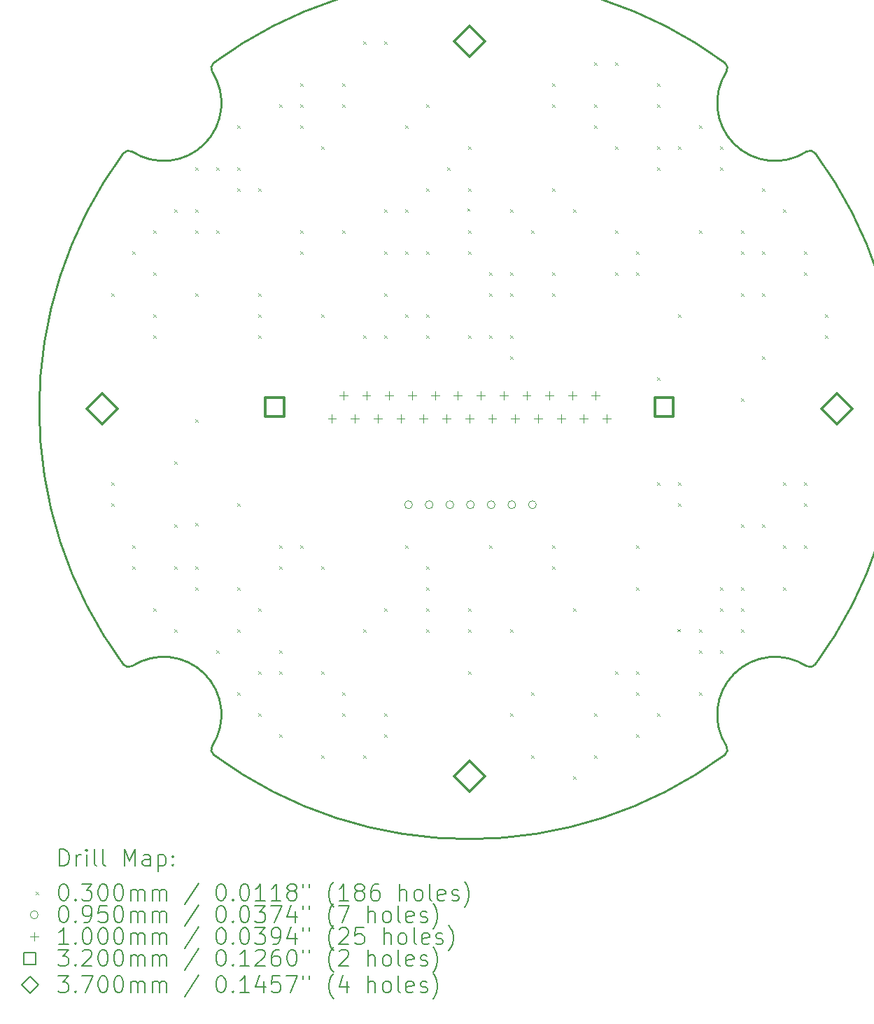
<source format=gbr>
%TF.GenerationSoftware,KiCad,Pcbnew,8.0.0*%
%TF.CreationDate,2024-02-27T15:33:24-08:00*%
%TF.ProjectId,PCB,5043422e-6b69-4636-9164-5f7063625858,rev?*%
%TF.SameCoordinates,Original*%
%TF.FileFunction,Drillmap*%
%TF.FilePolarity,Positive*%
%FSLAX45Y45*%
G04 Gerber Fmt 4.5, Leading zero omitted, Abs format (unit mm)*
G04 Created by KiCad (PCBNEW 8.0.0) date 2024-02-27 15:33:24*
%MOMM*%
%LPD*%
G01*
G04 APERTURE LIST*
%ADD10C,0.250000*%
%ADD11C,0.200000*%
%ADD12C,0.100000*%
%ADD13C,0.320000*%
%ADD14C,0.370000*%
G04 APERTURE END LIST*
D10*
X20079096Y-5888761D02*
G75*
G02*
X19111239Y-4920904I-379940J587917D01*
G01*
X11920904Y-12111239D02*
G75*
G02*
X12888761Y-13079096I379940J-587917D01*
G01*
X12888761Y-4920904D02*
G75*
G02*
X12908267Y-4813971I66669J43084D01*
G01*
X19111239Y-13079096D02*
G75*
G02*
X20079096Y-12111239I587921J379936D01*
G01*
X12908269Y-4813974D02*
G75*
G02*
X19091731Y-4813974I3091731J-4186026D01*
G01*
X19091731Y-13186026D02*
G75*
G02*
X12908269Y-13186026I-3091731J4186026D01*
G01*
X20079096Y-5888761D02*
G75*
G02*
X20186029Y-5908267I43084J-66669D01*
G01*
X19091731Y-4813974D02*
G75*
G02*
X19111236Y-4920902I-47161J-63846D01*
G01*
X12888761Y-4920904D02*
G75*
G02*
X11920904Y-5888761I-587921J-379936D01*
G01*
X11813974Y-5908269D02*
G75*
G02*
X11920902Y-5888764I63846J-47161D01*
G01*
X11813974Y-12091731D02*
G75*
G02*
X11813974Y-5908269I4186026J3091731D01*
G01*
X11920904Y-12111239D02*
G75*
G02*
X11813971Y-12091733I-43084J66669D01*
G01*
X12908269Y-13186026D02*
G75*
G02*
X12888764Y-13079098I47161J63846D01*
G01*
X19111239Y-13079096D02*
G75*
G02*
X19091733Y-13186029I-66669J-43084D01*
G01*
X20186026Y-12091731D02*
G75*
G02*
X20079098Y-12111236I-63846J47161D01*
G01*
X20186026Y-5908269D02*
G75*
G02*
X20186026Y-12091731I-4186026J-3091731D01*
G01*
D11*
D12*
X11669000Y-7605000D02*
X11699000Y-7635000D01*
X11699000Y-7605000D02*
X11669000Y-7635000D01*
X11669000Y-9891000D02*
X11699000Y-9921000D01*
X11699000Y-9891000D02*
X11669000Y-9921000D01*
X11669000Y-10145000D02*
X11699000Y-10175000D01*
X11699000Y-10145000D02*
X11669000Y-10175000D01*
X11923000Y-7097000D02*
X11953000Y-7127000D01*
X11953000Y-7097000D02*
X11923000Y-7127000D01*
X11923000Y-10653000D02*
X11953000Y-10683000D01*
X11953000Y-10653000D02*
X11923000Y-10683000D01*
X11923000Y-10907000D02*
X11953000Y-10937000D01*
X11953000Y-10907000D02*
X11923000Y-10937000D01*
X12177000Y-6843000D02*
X12207000Y-6873000D01*
X12207000Y-6843000D02*
X12177000Y-6873000D01*
X12177000Y-7351000D02*
X12207000Y-7381000D01*
X12207000Y-7351000D02*
X12177000Y-7381000D01*
X12177000Y-7859000D02*
X12207000Y-7889000D01*
X12207000Y-7859000D02*
X12177000Y-7889000D01*
X12177000Y-8113000D02*
X12207000Y-8143000D01*
X12207000Y-8113000D02*
X12177000Y-8143000D01*
X12177000Y-11415000D02*
X12207000Y-11445000D01*
X12207000Y-11415000D02*
X12177000Y-11445000D01*
X12431000Y-6589000D02*
X12461000Y-6619000D01*
X12461000Y-6589000D02*
X12431000Y-6619000D01*
X12431000Y-9637000D02*
X12461000Y-9667000D01*
X12461000Y-9637000D02*
X12431000Y-9667000D01*
X12431000Y-10399000D02*
X12461000Y-10429000D01*
X12461000Y-10399000D02*
X12431000Y-10429000D01*
X12431000Y-10907000D02*
X12461000Y-10937000D01*
X12461000Y-10907000D02*
X12431000Y-10937000D01*
X12431000Y-11669000D02*
X12461000Y-11699000D01*
X12461000Y-11669000D02*
X12431000Y-11699000D01*
X12685000Y-6081000D02*
X12715000Y-6111000D01*
X12715000Y-6081000D02*
X12685000Y-6111000D01*
X12685000Y-6589000D02*
X12715000Y-6619000D01*
X12715000Y-6589000D02*
X12685000Y-6619000D01*
X12685000Y-6843000D02*
X12715000Y-6873000D01*
X12715000Y-6843000D02*
X12685000Y-6873000D01*
X12685000Y-7605000D02*
X12715000Y-7635000D01*
X12715000Y-7605000D02*
X12685000Y-7635000D01*
X12685000Y-9129000D02*
X12715000Y-9159000D01*
X12715000Y-9129000D02*
X12685000Y-9159000D01*
X12685000Y-10381476D02*
X12715000Y-10411476D01*
X12715000Y-10381476D02*
X12685000Y-10411476D01*
X12685000Y-10907000D02*
X12715000Y-10937000D01*
X12715000Y-10907000D02*
X12685000Y-10937000D01*
X12685000Y-11161000D02*
X12715000Y-11191000D01*
X12715000Y-11161000D02*
X12685000Y-11191000D01*
X12939000Y-6081000D02*
X12969000Y-6111000D01*
X12969000Y-6081000D02*
X12939000Y-6111000D01*
X12939000Y-6843000D02*
X12969000Y-6873000D01*
X12969000Y-6843000D02*
X12939000Y-6873000D01*
X12939000Y-11923000D02*
X12969000Y-11953000D01*
X12969000Y-11923000D02*
X12939000Y-11953000D01*
X13193000Y-5573000D02*
X13223000Y-5603000D01*
X13223000Y-5573000D02*
X13193000Y-5603000D01*
X13193000Y-6081000D02*
X13223000Y-6111000D01*
X13223000Y-6081000D02*
X13193000Y-6111000D01*
X13193000Y-6335000D02*
X13223000Y-6365000D01*
X13223000Y-6335000D02*
X13193000Y-6365000D01*
X13193000Y-10145000D02*
X13223000Y-10175000D01*
X13223000Y-10145000D02*
X13193000Y-10175000D01*
X13193000Y-11161000D02*
X13223000Y-11191000D01*
X13223000Y-11161000D02*
X13193000Y-11191000D01*
X13193000Y-11669000D02*
X13223000Y-11699000D01*
X13223000Y-11669000D02*
X13193000Y-11699000D01*
X13193000Y-12431000D02*
X13223000Y-12461000D01*
X13223000Y-12431000D02*
X13193000Y-12461000D01*
X13447000Y-6335000D02*
X13477000Y-6365000D01*
X13477000Y-6335000D02*
X13447000Y-6365000D01*
X13447000Y-7605000D02*
X13477000Y-7635000D01*
X13477000Y-7605000D02*
X13447000Y-7635000D01*
X13447000Y-7859000D02*
X13477000Y-7889000D01*
X13477000Y-7859000D02*
X13447000Y-7889000D01*
X13447000Y-8113000D02*
X13477000Y-8143000D01*
X13477000Y-8113000D02*
X13447000Y-8143000D01*
X13447000Y-11415000D02*
X13477000Y-11445000D01*
X13477000Y-11415000D02*
X13447000Y-11445000D01*
X13447000Y-12177000D02*
X13477000Y-12207000D01*
X13477000Y-12177000D02*
X13447000Y-12207000D01*
X13447000Y-12685000D02*
X13477000Y-12715000D01*
X13477000Y-12685000D02*
X13447000Y-12715000D01*
X13701000Y-5319000D02*
X13731000Y-5349000D01*
X13731000Y-5319000D02*
X13701000Y-5349000D01*
X13701000Y-10653000D02*
X13731000Y-10683000D01*
X13731000Y-10653000D02*
X13701000Y-10683000D01*
X13701000Y-10907000D02*
X13731000Y-10937000D01*
X13731000Y-10907000D02*
X13701000Y-10937000D01*
X13701000Y-11923000D02*
X13731000Y-11953000D01*
X13731000Y-11923000D02*
X13701000Y-11953000D01*
X13701000Y-12177000D02*
X13731000Y-12207000D01*
X13731000Y-12177000D02*
X13701000Y-12207000D01*
X13701000Y-12939000D02*
X13731000Y-12969000D01*
X13731000Y-12939000D02*
X13701000Y-12969000D01*
X13955000Y-5065000D02*
X13985000Y-5095000D01*
X13985000Y-5065000D02*
X13955000Y-5095000D01*
X13955000Y-5319000D02*
X13985000Y-5349000D01*
X13985000Y-5319000D02*
X13955000Y-5349000D01*
X13955000Y-5573000D02*
X13985000Y-5603000D01*
X13985000Y-5573000D02*
X13955000Y-5603000D01*
X13955000Y-6843000D02*
X13985000Y-6873000D01*
X13985000Y-6843000D02*
X13955000Y-6873000D01*
X13955000Y-7097000D02*
X13985000Y-7127000D01*
X13985000Y-7097000D02*
X13955000Y-7127000D01*
X13955000Y-10653000D02*
X13985000Y-10683000D01*
X13985000Y-10653000D02*
X13955000Y-10683000D01*
X14209000Y-5827000D02*
X14239000Y-5857000D01*
X14239000Y-5827000D02*
X14209000Y-5857000D01*
X14209000Y-7859000D02*
X14239000Y-7889000D01*
X14239000Y-7859000D02*
X14209000Y-7889000D01*
X14209000Y-10907000D02*
X14239000Y-10937000D01*
X14239000Y-10907000D02*
X14209000Y-10937000D01*
X14209000Y-12177000D02*
X14239000Y-12207000D01*
X14239000Y-12177000D02*
X14209000Y-12207000D01*
X14209000Y-13193000D02*
X14239000Y-13223000D01*
X14239000Y-13193000D02*
X14209000Y-13223000D01*
X14463000Y-5065000D02*
X14493000Y-5095000D01*
X14493000Y-5065000D02*
X14463000Y-5095000D01*
X14463000Y-5319000D02*
X14493000Y-5349000D01*
X14493000Y-5319000D02*
X14463000Y-5349000D01*
X14463000Y-6843000D02*
X14493000Y-6873000D01*
X14493000Y-6843000D02*
X14463000Y-6873000D01*
X14463000Y-12431000D02*
X14493000Y-12461000D01*
X14493000Y-12431000D02*
X14463000Y-12461000D01*
X14463000Y-12685000D02*
X14493000Y-12715000D01*
X14493000Y-12685000D02*
X14463000Y-12715000D01*
X14717000Y-4557000D02*
X14747000Y-4587000D01*
X14747000Y-4557000D02*
X14717000Y-4587000D01*
X14717000Y-8113000D02*
X14747000Y-8143000D01*
X14747000Y-8113000D02*
X14717000Y-8143000D01*
X14717000Y-11669000D02*
X14747000Y-11699000D01*
X14747000Y-11669000D02*
X14717000Y-11699000D01*
X14717000Y-13193000D02*
X14747000Y-13223000D01*
X14747000Y-13193000D02*
X14717000Y-13223000D01*
X14971000Y-4557000D02*
X15001000Y-4587000D01*
X15001000Y-4557000D02*
X14971000Y-4587000D01*
X14971000Y-6589000D02*
X15001000Y-6619000D01*
X15001000Y-6589000D02*
X14971000Y-6619000D01*
X14971000Y-7097000D02*
X15001000Y-7127000D01*
X15001000Y-7097000D02*
X14971000Y-7127000D01*
X14971000Y-7605000D02*
X15001000Y-7635000D01*
X15001000Y-7605000D02*
X14971000Y-7635000D01*
X14971000Y-8113000D02*
X15001000Y-8143000D01*
X15001000Y-8113000D02*
X14971000Y-8143000D01*
X14971000Y-11415000D02*
X15001000Y-11445000D01*
X15001000Y-11415000D02*
X14971000Y-11445000D01*
X14971000Y-12685000D02*
X15001000Y-12715000D01*
X15001000Y-12685000D02*
X14971000Y-12715000D01*
X14971000Y-12939000D02*
X15001000Y-12969000D01*
X15001000Y-12939000D02*
X14971000Y-12969000D01*
X15225000Y-5573000D02*
X15255000Y-5603000D01*
X15255000Y-5573000D02*
X15225000Y-5603000D01*
X15225000Y-6589000D02*
X15255000Y-6619000D01*
X15255000Y-6589000D02*
X15225000Y-6619000D01*
X15225000Y-7097000D02*
X15255000Y-7127000D01*
X15255000Y-7097000D02*
X15225000Y-7127000D01*
X15225000Y-7859000D02*
X15255000Y-7889000D01*
X15255000Y-7859000D02*
X15225000Y-7889000D01*
X15225000Y-10653000D02*
X15255000Y-10683000D01*
X15255000Y-10653000D02*
X15225000Y-10683000D01*
X15479000Y-5319000D02*
X15509000Y-5349000D01*
X15509000Y-5319000D02*
X15479000Y-5349000D01*
X15479000Y-6335000D02*
X15509000Y-6365000D01*
X15509000Y-6335000D02*
X15479000Y-6365000D01*
X15479000Y-7097000D02*
X15509000Y-7127000D01*
X15509000Y-7097000D02*
X15479000Y-7127000D01*
X15479000Y-7859000D02*
X15509000Y-7889000D01*
X15509000Y-7859000D02*
X15479000Y-7889000D01*
X15479000Y-8113000D02*
X15509000Y-8143000D01*
X15509000Y-8113000D02*
X15479000Y-8143000D01*
X15479000Y-10907000D02*
X15509000Y-10937000D01*
X15509000Y-10907000D02*
X15479000Y-10937000D01*
X15479000Y-11161000D02*
X15509000Y-11191000D01*
X15509000Y-11161000D02*
X15479000Y-11191000D01*
X15479000Y-11415000D02*
X15509000Y-11445000D01*
X15509000Y-11415000D02*
X15479000Y-11445000D01*
X15479000Y-11669000D02*
X15509000Y-11699000D01*
X15509000Y-11669000D02*
X15479000Y-11699000D01*
X15733000Y-6081000D02*
X15763000Y-6111000D01*
X15763000Y-6081000D02*
X15733000Y-6111000D01*
X15974609Y-6576609D02*
X16004609Y-6606609D01*
X16004609Y-6576609D02*
X15974609Y-6606609D01*
X15987000Y-5827000D02*
X16017000Y-5857000D01*
X16017000Y-5827000D02*
X15987000Y-5857000D01*
X15987000Y-6335000D02*
X16017000Y-6365000D01*
X16017000Y-6335000D02*
X15987000Y-6365000D01*
X15987000Y-6843000D02*
X16017000Y-6873000D01*
X16017000Y-6843000D02*
X15987000Y-6873000D01*
X15987000Y-7097000D02*
X16017000Y-7127000D01*
X16017000Y-7097000D02*
X15987000Y-7127000D01*
X15987000Y-8113000D02*
X16017000Y-8143000D01*
X16017000Y-8113000D02*
X15987000Y-8143000D01*
X15987000Y-11415000D02*
X16017000Y-11445000D01*
X16017000Y-11415000D02*
X15987000Y-11445000D01*
X15987000Y-11669000D02*
X16017000Y-11699000D01*
X16017000Y-11669000D02*
X15987000Y-11699000D01*
X15987000Y-12177000D02*
X16017000Y-12207000D01*
X16017000Y-12177000D02*
X15987000Y-12207000D01*
X16241000Y-7351000D02*
X16271000Y-7381000D01*
X16271000Y-7351000D02*
X16241000Y-7381000D01*
X16241000Y-7605000D02*
X16271000Y-7635000D01*
X16271000Y-7605000D02*
X16241000Y-7635000D01*
X16241000Y-8113000D02*
X16271000Y-8143000D01*
X16271000Y-8113000D02*
X16241000Y-8143000D01*
X16241000Y-10653000D02*
X16271000Y-10683000D01*
X16271000Y-10653000D02*
X16241000Y-10683000D01*
X16495000Y-6589000D02*
X16525000Y-6619000D01*
X16525000Y-6589000D02*
X16495000Y-6619000D01*
X16495000Y-7351000D02*
X16525000Y-7381000D01*
X16525000Y-7351000D02*
X16495000Y-7381000D01*
X16495000Y-7605000D02*
X16525000Y-7635000D01*
X16525000Y-7605000D02*
X16495000Y-7635000D01*
X16495000Y-8113000D02*
X16525000Y-8143000D01*
X16525000Y-8113000D02*
X16495000Y-8143000D01*
X16495000Y-8367000D02*
X16525000Y-8397000D01*
X16525000Y-8367000D02*
X16495000Y-8397000D01*
X16495000Y-11669000D02*
X16525000Y-11699000D01*
X16525000Y-11669000D02*
X16495000Y-11699000D01*
X16495000Y-12685000D02*
X16525000Y-12715000D01*
X16525000Y-12685000D02*
X16495000Y-12715000D01*
X16749000Y-6843000D02*
X16779000Y-6873000D01*
X16779000Y-6843000D02*
X16749000Y-6873000D01*
X16749000Y-12431000D02*
X16779000Y-12461000D01*
X16779000Y-12431000D02*
X16749000Y-12461000D01*
X16749000Y-13193000D02*
X16779000Y-13223000D01*
X16779000Y-13193000D02*
X16749000Y-13223000D01*
X17003000Y-5065000D02*
X17033000Y-5095000D01*
X17033000Y-5065000D02*
X17003000Y-5095000D01*
X17003000Y-5319000D02*
X17033000Y-5349000D01*
X17033000Y-5319000D02*
X17003000Y-5349000D01*
X17003000Y-6335000D02*
X17033000Y-6365000D01*
X17033000Y-6335000D02*
X17003000Y-6365000D01*
X17003000Y-7351000D02*
X17033000Y-7381000D01*
X17033000Y-7351000D02*
X17003000Y-7381000D01*
X17003000Y-7605000D02*
X17033000Y-7635000D01*
X17033000Y-7605000D02*
X17003000Y-7635000D01*
X17003000Y-10653000D02*
X17033000Y-10683000D01*
X17033000Y-10653000D02*
X17003000Y-10683000D01*
X17003000Y-10907000D02*
X17033000Y-10937000D01*
X17033000Y-10907000D02*
X17003000Y-10937000D01*
X17257000Y-6589000D02*
X17287000Y-6619000D01*
X17287000Y-6589000D02*
X17257000Y-6619000D01*
X17257000Y-11415000D02*
X17287000Y-11445000D01*
X17287000Y-11415000D02*
X17257000Y-11445000D01*
X17257000Y-13447000D02*
X17287000Y-13477000D01*
X17287000Y-13447000D02*
X17257000Y-13477000D01*
X17511000Y-4811000D02*
X17541000Y-4841000D01*
X17541000Y-4811000D02*
X17511000Y-4841000D01*
X17511000Y-5319000D02*
X17541000Y-5349000D01*
X17541000Y-5319000D02*
X17511000Y-5349000D01*
X17511000Y-5573000D02*
X17541000Y-5603000D01*
X17541000Y-5573000D02*
X17511000Y-5603000D01*
X17511000Y-12685000D02*
X17541000Y-12715000D01*
X17541000Y-12685000D02*
X17511000Y-12715000D01*
X17511000Y-13193000D02*
X17541000Y-13223000D01*
X17541000Y-13193000D02*
X17511000Y-13223000D01*
X17765000Y-4811000D02*
X17795000Y-4841000D01*
X17795000Y-4811000D02*
X17765000Y-4841000D01*
X17765000Y-5827000D02*
X17795000Y-5857000D01*
X17795000Y-5827000D02*
X17765000Y-5857000D01*
X17765000Y-6843000D02*
X17795000Y-6873000D01*
X17795000Y-6843000D02*
X17765000Y-6873000D01*
X17765000Y-7351000D02*
X17795000Y-7381000D01*
X17795000Y-7351000D02*
X17765000Y-7381000D01*
X17765000Y-12177000D02*
X17795000Y-12207000D01*
X17795000Y-12177000D02*
X17765000Y-12207000D01*
X18019000Y-7097000D02*
X18049000Y-7127000D01*
X18049000Y-7097000D02*
X18019000Y-7127000D01*
X18019000Y-7351000D02*
X18049000Y-7381000D01*
X18049000Y-7351000D02*
X18019000Y-7381000D01*
X18019000Y-10653000D02*
X18049000Y-10683000D01*
X18049000Y-10653000D02*
X18019000Y-10683000D01*
X18019000Y-11161000D02*
X18049000Y-11191000D01*
X18049000Y-11161000D02*
X18019000Y-11191000D01*
X18019000Y-12177000D02*
X18049000Y-12207000D01*
X18049000Y-12177000D02*
X18019000Y-12207000D01*
X18019000Y-12431000D02*
X18049000Y-12461000D01*
X18049000Y-12431000D02*
X18019000Y-12461000D01*
X18019000Y-12939000D02*
X18049000Y-12969000D01*
X18049000Y-12939000D02*
X18019000Y-12969000D01*
X18273000Y-5065000D02*
X18303000Y-5095000D01*
X18303000Y-5065000D02*
X18273000Y-5095000D01*
X18273000Y-5319000D02*
X18303000Y-5349000D01*
X18303000Y-5319000D02*
X18273000Y-5349000D01*
X18273000Y-5827000D02*
X18303000Y-5857000D01*
X18303000Y-5827000D02*
X18273000Y-5857000D01*
X18273000Y-6081000D02*
X18303000Y-6111000D01*
X18303000Y-6081000D02*
X18273000Y-6111000D01*
X18273000Y-8621000D02*
X18303000Y-8651000D01*
X18303000Y-8621000D02*
X18273000Y-8651000D01*
X18273000Y-9891000D02*
X18303000Y-9921000D01*
X18303000Y-9891000D02*
X18273000Y-9921000D01*
X18273000Y-12685000D02*
X18303000Y-12715000D01*
X18303000Y-12685000D02*
X18273000Y-12715000D01*
X18520784Y-11662784D02*
X18550784Y-11692784D01*
X18550784Y-11662784D02*
X18520784Y-11692784D01*
X18527000Y-5827000D02*
X18557000Y-5857000D01*
X18557000Y-5827000D02*
X18527000Y-5857000D01*
X18527000Y-7859000D02*
X18557000Y-7889000D01*
X18557000Y-7859000D02*
X18527000Y-7889000D01*
X18527000Y-9891000D02*
X18557000Y-9921000D01*
X18557000Y-9891000D02*
X18527000Y-9921000D01*
X18527000Y-10145000D02*
X18557000Y-10175000D01*
X18557000Y-10145000D02*
X18527000Y-10175000D01*
X18781000Y-5573000D02*
X18811000Y-5603000D01*
X18811000Y-5573000D02*
X18781000Y-5603000D01*
X18781000Y-6843000D02*
X18811000Y-6873000D01*
X18811000Y-6843000D02*
X18781000Y-6873000D01*
X18781000Y-11669000D02*
X18811000Y-11699000D01*
X18811000Y-11669000D02*
X18781000Y-11699000D01*
X18781000Y-11923000D02*
X18811000Y-11953000D01*
X18811000Y-11923000D02*
X18781000Y-11953000D01*
X18781000Y-12431000D02*
X18811000Y-12461000D01*
X18811000Y-12431000D02*
X18781000Y-12461000D01*
X19035000Y-5827000D02*
X19065000Y-5857000D01*
X19065000Y-5827000D02*
X19035000Y-5857000D01*
X19035000Y-6081000D02*
X19065000Y-6111000D01*
X19065000Y-6081000D02*
X19035000Y-6111000D01*
X19035000Y-11161000D02*
X19065000Y-11191000D01*
X19065000Y-11161000D02*
X19035000Y-11191000D01*
X19035000Y-11415000D02*
X19065000Y-11445000D01*
X19065000Y-11415000D02*
X19035000Y-11445000D01*
X19035000Y-11923000D02*
X19065000Y-11953000D01*
X19065000Y-11923000D02*
X19035000Y-11953000D01*
X19289000Y-6843000D02*
X19319000Y-6873000D01*
X19319000Y-6843000D02*
X19289000Y-6873000D01*
X19289000Y-7097000D02*
X19319000Y-7127000D01*
X19319000Y-7097000D02*
X19289000Y-7127000D01*
X19289000Y-7605000D02*
X19319000Y-7635000D01*
X19319000Y-7605000D02*
X19289000Y-7635000D01*
X19289000Y-8875000D02*
X19319000Y-8905000D01*
X19319000Y-8875000D02*
X19289000Y-8905000D01*
X19289000Y-10399000D02*
X19319000Y-10429000D01*
X19319000Y-10399000D02*
X19289000Y-10429000D01*
X19289000Y-11161000D02*
X19319000Y-11191000D01*
X19319000Y-11161000D02*
X19289000Y-11191000D01*
X19289000Y-11415000D02*
X19319000Y-11445000D01*
X19319000Y-11415000D02*
X19289000Y-11445000D01*
X19289000Y-11669000D02*
X19319000Y-11699000D01*
X19319000Y-11669000D02*
X19289000Y-11699000D01*
X19543000Y-6335000D02*
X19573000Y-6365000D01*
X19573000Y-6335000D02*
X19543000Y-6365000D01*
X19543000Y-7097000D02*
X19573000Y-7127000D01*
X19573000Y-7097000D02*
X19543000Y-7127000D01*
X19543000Y-7605000D02*
X19573000Y-7635000D01*
X19573000Y-7605000D02*
X19543000Y-7635000D01*
X19543000Y-8367000D02*
X19573000Y-8397000D01*
X19573000Y-8367000D02*
X19543000Y-8397000D01*
X19543000Y-10399000D02*
X19573000Y-10429000D01*
X19573000Y-10399000D02*
X19543000Y-10429000D01*
X19797000Y-6589000D02*
X19827000Y-6619000D01*
X19827000Y-6589000D02*
X19797000Y-6619000D01*
X19797000Y-9891000D02*
X19827000Y-9921000D01*
X19827000Y-9891000D02*
X19797000Y-9921000D01*
X19797000Y-10653000D02*
X19827000Y-10683000D01*
X19827000Y-10653000D02*
X19797000Y-10683000D01*
X19797000Y-11161000D02*
X19827000Y-11191000D01*
X19827000Y-11161000D02*
X19797000Y-11191000D01*
X20051000Y-7097000D02*
X20081000Y-7127000D01*
X20081000Y-7097000D02*
X20051000Y-7127000D01*
X20051000Y-7351000D02*
X20081000Y-7381000D01*
X20081000Y-7351000D02*
X20051000Y-7381000D01*
X20051000Y-9891000D02*
X20081000Y-9921000D01*
X20081000Y-9891000D02*
X20051000Y-9921000D01*
X20051000Y-10145000D02*
X20081000Y-10175000D01*
X20081000Y-10145000D02*
X20051000Y-10175000D01*
X20051000Y-10653000D02*
X20081000Y-10683000D01*
X20081000Y-10653000D02*
X20051000Y-10683000D01*
X20305000Y-7859000D02*
X20335000Y-7889000D01*
X20335000Y-7859000D02*
X20305000Y-7889000D01*
X20305000Y-8113000D02*
X20335000Y-8143000D01*
X20335000Y-8113000D02*
X20305000Y-8143000D01*
X15311500Y-10160000D02*
G75*
G02*
X15216500Y-10160000I-47500J0D01*
G01*
X15216500Y-10160000D02*
G75*
G02*
X15311500Y-10160000I47500J0D01*
G01*
X15561500Y-10160000D02*
G75*
G02*
X15466500Y-10160000I-47500J0D01*
G01*
X15466500Y-10160000D02*
G75*
G02*
X15561500Y-10160000I47500J0D01*
G01*
X15811500Y-10160000D02*
G75*
G02*
X15716500Y-10160000I-47500J0D01*
G01*
X15716500Y-10160000D02*
G75*
G02*
X15811500Y-10160000I47500J0D01*
G01*
X16061500Y-10160000D02*
G75*
G02*
X15966500Y-10160000I-47500J0D01*
G01*
X15966500Y-10160000D02*
G75*
G02*
X16061500Y-10160000I47500J0D01*
G01*
X16311500Y-10160000D02*
G75*
G02*
X16216500Y-10160000I-47500J0D01*
G01*
X16216500Y-10160000D02*
G75*
G02*
X16311500Y-10160000I47500J0D01*
G01*
X16561500Y-10160000D02*
G75*
G02*
X16466500Y-10160000I-47500J0D01*
G01*
X16466500Y-10160000D02*
G75*
G02*
X16561500Y-10160000I47500J0D01*
G01*
X16811500Y-10160000D02*
G75*
G02*
X16716500Y-10160000I-47500J0D01*
G01*
X16716500Y-10160000D02*
G75*
G02*
X16811500Y-10160000I47500J0D01*
G01*
X14338500Y-9069033D02*
X14338500Y-9169033D01*
X14288500Y-9119033D02*
X14388500Y-9119033D01*
X14477000Y-8785033D02*
X14477000Y-8885033D01*
X14427000Y-8835033D02*
X14527000Y-8835033D01*
X14615500Y-9069033D02*
X14615500Y-9169033D01*
X14565500Y-9119033D02*
X14665500Y-9119033D01*
X14754000Y-8785033D02*
X14754000Y-8885033D01*
X14704000Y-8835033D02*
X14804000Y-8835033D01*
X14892500Y-9069033D02*
X14892500Y-9169033D01*
X14842500Y-9119033D02*
X14942500Y-9119033D01*
X15031000Y-8785033D02*
X15031000Y-8885033D01*
X14981000Y-8835033D02*
X15081000Y-8835033D01*
X15169500Y-9069033D02*
X15169500Y-9169033D01*
X15119500Y-9119033D02*
X15219500Y-9119033D01*
X15308000Y-8785033D02*
X15308000Y-8885033D01*
X15258000Y-8835033D02*
X15358000Y-8835033D01*
X15446500Y-9069033D02*
X15446500Y-9169033D01*
X15396500Y-9119033D02*
X15496500Y-9119033D01*
X15585000Y-8785033D02*
X15585000Y-8885033D01*
X15535000Y-8835033D02*
X15635000Y-8835033D01*
X15723500Y-9069033D02*
X15723500Y-9169033D01*
X15673500Y-9119033D02*
X15773500Y-9119033D01*
X15862000Y-8785033D02*
X15862000Y-8885033D01*
X15812000Y-8835033D02*
X15912000Y-8835033D01*
X16000500Y-9069033D02*
X16000500Y-9169033D01*
X15950500Y-9119033D02*
X16050500Y-9119033D01*
X16139000Y-8785033D02*
X16139000Y-8885033D01*
X16089000Y-8835033D02*
X16189000Y-8835033D01*
X16277500Y-9069033D02*
X16277500Y-9169033D01*
X16227500Y-9119033D02*
X16327500Y-9119033D01*
X16416000Y-8785033D02*
X16416000Y-8885033D01*
X16366000Y-8835033D02*
X16466000Y-8835033D01*
X16554500Y-9069033D02*
X16554500Y-9169033D01*
X16504500Y-9119033D02*
X16604500Y-9119033D01*
X16693000Y-8785033D02*
X16693000Y-8885033D01*
X16643000Y-8835033D02*
X16743000Y-8835033D01*
X16831500Y-9069033D02*
X16831500Y-9169033D01*
X16781500Y-9119033D02*
X16881500Y-9119033D01*
X16970000Y-8785033D02*
X16970000Y-8885033D01*
X16920000Y-8835033D02*
X17020000Y-8835033D01*
X17108500Y-9069033D02*
X17108500Y-9169033D01*
X17058500Y-9119033D02*
X17158500Y-9119033D01*
X17247000Y-8785033D02*
X17247000Y-8885033D01*
X17197000Y-8835033D02*
X17297000Y-8835033D01*
X17385500Y-9069033D02*
X17385500Y-9169033D01*
X17335500Y-9119033D02*
X17435500Y-9119033D01*
X17524000Y-8785033D02*
X17524000Y-8885033D01*
X17474000Y-8835033D02*
X17574000Y-8835033D01*
X17662500Y-9069033D02*
X17662500Y-9169033D01*
X17612500Y-9119033D02*
X17712500Y-9119033D01*
D13*
X13758638Y-9090171D02*
X13758638Y-8863895D01*
X13532362Y-8863895D01*
X13532362Y-9090171D01*
X13758638Y-9090171D01*
X18468638Y-9090171D02*
X18468638Y-8863895D01*
X18242362Y-8863895D01*
X18242362Y-9090171D01*
X18468638Y-9090171D01*
D14*
X11555000Y-9185000D02*
X11740000Y-9000000D01*
X11555000Y-8815000D01*
X11370000Y-9000000D01*
X11555000Y-9185000D01*
X16000000Y-4740000D02*
X16185000Y-4555000D01*
X16000000Y-4370000D01*
X15815000Y-4555000D01*
X16000000Y-4740000D01*
X16000000Y-13630000D02*
X16185000Y-13445000D01*
X16000000Y-13260000D01*
X15815000Y-13445000D01*
X16000000Y-13630000D01*
X20445000Y-9185000D02*
X20630000Y-9000000D01*
X20445000Y-8815000D01*
X20260000Y-9000000D01*
X20445000Y-9185000D01*
D11*
X11044277Y-14527984D02*
X11044277Y-14327984D01*
X11044277Y-14327984D02*
X11091896Y-14327984D01*
X11091896Y-14327984D02*
X11120467Y-14337508D01*
X11120467Y-14337508D02*
X11139515Y-14356555D01*
X11139515Y-14356555D02*
X11149039Y-14375603D01*
X11149039Y-14375603D02*
X11158563Y-14413698D01*
X11158563Y-14413698D02*
X11158563Y-14442269D01*
X11158563Y-14442269D02*
X11149039Y-14480365D01*
X11149039Y-14480365D02*
X11139515Y-14499412D01*
X11139515Y-14499412D02*
X11120467Y-14518460D01*
X11120467Y-14518460D02*
X11091896Y-14527984D01*
X11091896Y-14527984D02*
X11044277Y-14527984D01*
X11244277Y-14527984D02*
X11244277Y-14394650D01*
X11244277Y-14432746D02*
X11253801Y-14413698D01*
X11253801Y-14413698D02*
X11263324Y-14404174D01*
X11263324Y-14404174D02*
X11282372Y-14394650D01*
X11282372Y-14394650D02*
X11301420Y-14394650D01*
X11368086Y-14527984D02*
X11368086Y-14394650D01*
X11368086Y-14327984D02*
X11358562Y-14337508D01*
X11358562Y-14337508D02*
X11368086Y-14347031D01*
X11368086Y-14347031D02*
X11377610Y-14337508D01*
X11377610Y-14337508D02*
X11368086Y-14327984D01*
X11368086Y-14327984D02*
X11368086Y-14347031D01*
X11491896Y-14527984D02*
X11472848Y-14518460D01*
X11472848Y-14518460D02*
X11463324Y-14499412D01*
X11463324Y-14499412D02*
X11463324Y-14327984D01*
X11596658Y-14527984D02*
X11577610Y-14518460D01*
X11577610Y-14518460D02*
X11568086Y-14499412D01*
X11568086Y-14499412D02*
X11568086Y-14327984D01*
X11825229Y-14527984D02*
X11825229Y-14327984D01*
X11825229Y-14327984D02*
X11891896Y-14470841D01*
X11891896Y-14470841D02*
X11958562Y-14327984D01*
X11958562Y-14327984D02*
X11958562Y-14527984D01*
X12139515Y-14527984D02*
X12139515Y-14423222D01*
X12139515Y-14423222D02*
X12129991Y-14404174D01*
X12129991Y-14404174D02*
X12110943Y-14394650D01*
X12110943Y-14394650D02*
X12072848Y-14394650D01*
X12072848Y-14394650D02*
X12053801Y-14404174D01*
X12139515Y-14518460D02*
X12120467Y-14527984D01*
X12120467Y-14527984D02*
X12072848Y-14527984D01*
X12072848Y-14527984D02*
X12053801Y-14518460D01*
X12053801Y-14518460D02*
X12044277Y-14499412D01*
X12044277Y-14499412D02*
X12044277Y-14480365D01*
X12044277Y-14480365D02*
X12053801Y-14461317D01*
X12053801Y-14461317D02*
X12072848Y-14451793D01*
X12072848Y-14451793D02*
X12120467Y-14451793D01*
X12120467Y-14451793D02*
X12139515Y-14442269D01*
X12234753Y-14394650D02*
X12234753Y-14594650D01*
X12234753Y-14404174D02*
X12253801Y-14394650D01*
X12253801Y-14394650D02*
X12291896Y-14394650D01*
X12291896Y-14394650D02*
X12310943Y-14404174D01*
X12310943Y-14404174D02*
X12320467Y-14413698D01*
X12320467Y-14413698D02*
X12329991Y-14432746D01*
X12329991Y-14432746D02*
X12329991Y-14489888D01*
X12329991Y-14489888D02*
X12320467Y-14508936D01*
X12320467Y-14508936D02*
X12310943Y-14518460D01*
X12310943Y-14518460D02*
X12291896Y-14527984D01*
X12291896Y-14527984D02*
X12253801Y-14527984D01*
X12253801Y-14527984D02*
X12234753Y-14518460D01*
X12415705Y-14508936D02*
X12425229Y-14518460D01*
X12425229Y-14518460D02*
X12415705Y-14527984D01*
X12415705Y-14527984D02*
X12406182Y-14518460D01*
X12406182Y-14518460D02*
X12415705Y-14508936D01*
X12415705Y-14508936D02*
X12415705Y-14527984D01*
X12415705Y-14404174D02*
X12425229Y-14413698D01*
X12425229Y-14413698D02*
X12415705Y-14423222D01*
X12415705Y-14423222D02*
X12406182Y-14413698D01*
X12406182Y-14413698D02*
X12415705Y-14404174D01*
X12415705Y-14404174D02*
X12415705Y-14423222D01*
D12*
X10753500Y-14841500D02*
X10783500Y-14871500D01*
X10783500Y-14841500D02*
X10753500Y-14871500D01*
D11*
X11082372Y-14747984D02*
X11101420Y-14747984D01*
X11101420Y-14747984D02*
X11120467Y-14757508D01*
X11120467Y-14757508D02*
X11129991Y-14767031D01*
X11129991Y-14767031D02*
X11139515Y-14786079D01*
X11139515Y-14786079D02*
X11149039Y-14824174D01*
X11149039Y-14824174D02*
X11149039Y-14871793D01*
X11149039Y-14871793D02*
X11139515Y-14909888D01*
X11139515Y-14909888D02*
X11129991Y-14928936D01*
X11129991Y-14928936D02*
X11120467Y-14938460D01*
X11120467Y-14938460D02*
X11101420Y-14947984D01*
X11101420Y-14947984D02*
X11082372Y-14947984D01*
X11082372Y-14947984D02*
X11063324Y-14938460D01*
X11063324Y-14938460D02*
X11053801Y-14928936D01*
X11053801Y-14928936D02*
X11044277Y-14909888D01*
X11044277Y-14909888D02*
X11034753Y-14871793D01*
X11034753Y-14871793D02*
X11034753Y-14824174D01*
X11034753Y-14824174D02*
X11044277Y-14786079D01*
X11044277Y-14786079D02*
X11053801Y-14767031D01*
X11053801Y-14767031D02*
X11063324Y-14757508D01*
X11063324Y-14757508D02*
X11082372Y-14747984D01*
X11234753Y-14928936D02*
X11244277Y-14938460D01*
X11244277Y-14938460D02*
X11234753Y-14947984D01*
X11234753Y-14947984D02*
X11225229Y-14938460D01*
X11225229Y-14938460D02*
X11234753Y-14928936D01*
X11234753Y-14928936D02*
X11234753Y-14947984D01*
X11310943Y-14747984D02*
X11434753Y-14747984D01*
X11434753Y-14747984D02*
X11368086Y-14824174D01*
X11368086Y-14824174D02*
X11396658Y-14824174D01*
X11396658Y-14824174D02*
X11415705Y-14833698D01*
X11415705Y-14833698D02*
X11425229Y-14843222D01*
X11425229Y-14843222D02*
X11434753Y-14862269D01*
X11434753Y-14862269D02*
X11434753Y-14909888D01*
X11434753Y-14909888D02*
X11425229Y-14928936D01*
X11425229Y-14928936D02*
X11415705Y-14938460D01*
X11415705Y-14938460D02*
X11396658Y-14947984D01*
X11396658Y-14947984D02*
X11339515Y-14947984D01*
X11339515Y-14947984D02*
X11320467Y-14938460D01*
X11320467Y-14938460D02*
X11310943Y-14928936D01*
X11558562Y-14747984D02*
X11577610Y-14747984D01*
X11577610Y-14747984D02*
X11596658Y-14757508D01*
X11596658Y-14757508D02*
X11606182Y-14767031D01*
X11606182Y-14767031D02*
X11615705Y-14786079D01*
X11615705Y-14786079D02*
X11625229Y-14824174D01*
X11625229Y-14824174D02*
X11625229Y-14871793D01*
X11625229Y-14871793D02*
X11615705Y-14909888D01*
X11615705Y-14909888D02*
X11606182Y-14928936D01*
X11606182Y-14928936D02*
X11596658Y-14938460D01*
X11596658Y-14938460D02*
X11577610Y-14947984D01*
X11577610Y-14947984D02*
X11558562Y-14947984D01*
X11558562Y-14947984D02*
X11539515Y-14938460D01*
X11539515Y-14938460D02*
X11529991Y-14928936D01*
X11529991Y-14928936D02*
X11520467Y-14909888D01*
X11520467Y-14909888D02*
X11510943Y-14871793D01*
X11510943Y-14871793D02*
X11510943Y-14824174D01*
X11510943Y-14824174D02*
X11520467Y-14786079D01*
X11520467Y-14786079D02*
X11529991Y-14767031D01*
X11529991Y-14767031D02*
X11539515Y-14757508D01*
X11539515Y-14757508D02*
X11558562Y-14747984D01*
X11749039Y-14747984D02*
X11768086Y-14747984D01*
X11768086Y-14747984D02*
X11787134Y-14757508D01*
X11787134Y-14757508D02*
X11796658Y-14767031D01*
X11796658Y-14767031D02*
X11806182Y-14786079D01*
X11806182Y-14786079D02*
X11815705Y-14824174D01*
X11815705Y-14824174D02*
X11815705Y-14871793D01*
X11815705Y-14871793D02*
X11806182Y-14909888D01*
X11806182Y-14909888D02*
X11796658Y-14928936D01*
X11796658Y-14928936D02*
X11787134Y-14938460D01*
X11787134Y-14938460D02*
X11768086Y-14947984D01*
X11768086Y-14947984D02*
X11749039Y-14947984D01*
X11749039Y-14947984D02*
X11729991Y-14938460D01*
X11729991Y-14938460D02*
X11720467Y-14928936D01*
X11720467Y-14928936D02*
X11710943Y-14909888D01*
X11710943Y-14909888D02*
X11701420Y-14871793D01*
X11701420Y-14871793D02*
X11701420Y-14824174D01*
X11701420Y-14824174D02*
X11710943Y-14786079D01*
X11710943Y-14786079D02*
X11720467Y-14767031D01*
X11720467Y-14767031D02*
X11729991Y-14757508D01*
X11729991Y-14757508D02*
X11749039Y-14747984D01*
X11901420Y-14947984D02*
X11901420Y-14814650D01*
X11901420Y-14833698D02*
X11910943Y-14824174D01*
X11910943Y-14824174D02*
X11929991Y-14814650D01*
X11929991Y-14814650D02*
X11958563Y-14814650D01*
X11958563Y-14814650D02*
X11977610Y-14824174D01*
X11977610Y-14824174D02*
X11987134Y-14843222D01*
X11987134Y-14843222D02*
X11987134Y-14947984D01*
X11987134Y-14843222D02*
X11996658Y-14824174D01*
X11996658Y-14824174D02*
X12015705Y-14814650D01*
X12015705Y-14814650D02*
X12044277Y-14814650D01*
X12044277Y-14814650D02*
X12063324Y-14824174D01*
X12063324Y-14824174D02*
X12072848Y-14843222D01*
X12072848Y-14843222D02*
X12072848Y-14947984D01*
X12168086Y-14947984D02*
X12168086Y-14814650D01*
X12168086Y-14833698D02*
X12177610Y-14824174D01*
X12177610Y-14824174D02*
X12196658Y-14814650D01*
X12196658Y-14814650D02*
X12225229Y-14814650D01*
X12225229Y-14814650D02*
X12244277Y-14824174D01*
X12244277Y-14824174D02*
X12253801Y-14843222D01*
X12253801Y-14843222D02*
X12253801Y-14947984D01*
X12253801Y-14843222D02*
X12263324Y-14824174D01*
X12263324Y-14824174D02*
X12282372Y-14814650D01*
X12282372Y-14814650D02*
X12310943Y-14814650D01*
X12310943Y-14814650D02*
X12329991Y-14824174D01*
X12329991Y-14824174D02*
X12339515Y-14843222D01*
X12339515Y-14843222D02*
X12339515Y-14947984D01*
X12729991Y-14738460D02*
X12558563Y-14995603D01*
X12987134Y-14747984D02*
X13006182Y-14747984D01*
X13006182Y-14747984D02*
X13025229Y-14757508D01*
X13025229Y-14757508D02*
X13034753Y-14767031D01*
X13034753Y-14767031D02*
X13044277Y-14786079D01*
X13044277Y-14786079D02*
X13053801Y-14824174D01*
X13053801Y-14824174D02*
X13053801Y-14871793D01*
X13053801Y-14871793D02*
X13044277Y-14909888D01*
X13044277Y-14909888D02*
X13034753Y-14928936D01*
X13034753Y-14928936D02*
X13025229Y-14938460D01*
X13025229Y-14938460D02*
X13006182Y-14947984D01*
X13006182Y-14947984D02*
X12987134Y-14947984D01*
X12987134Y-14947984D02*
X12968086Y-14938460D01*
X12968086Y-14938460D02*
X12958563Y-14928936D01*
X12958563Y-14928936D02*
X12949039Y-14909888D01*
X12949039Y-14909888D02*
X12939515Y-14871793D01*
X12939515Y-14871793D02*
X12939515Y-14824174D01*
X12939515Y-14824174D02*
X12949039Y-14786079D01*
X12949039Y-14786079D02*
X12958563Y-14767031D01*
X12958563Y-14767031D02*
X12968086Y-14757508D01*
X12968086Y-14757508D02*
X12987134Y-14747984D01*
X13139515Y-14928936D02*
X13149039Y-14938460D01*
X13149039Y-14938460D02*
X13139515Y-14947984D01*
X13139515Y-14947984D02*
X13129991Y-14938460D01*
X13129991Y-14938460D02*
X13139515Y-14928936D01*
X13139515Y-14928936D02*
X13139515Y-14947984D01*
X13272848Y-14747984D02*
X13291896Y-14747984D01*
X13291896Y-14747984D02*
X13310944Y-14757508D01*
X13310944Y-14757508D02*
X13320467Y-14767031D01*
X13320467Y-14767031D02*
X13329991Y-14786079D01*
X13329991Y-14786079D02*
X13339515Y-14824174D01*
X13339515Y-14824174D02*
X13339515Y-14871793D01*
X13339515Y-14871793D02*
X13329991Y-14909888D01*
X13329991Y-14909888D02*
X13320467Y-14928936D01*
X13320467Y-14928936D02*
X13310944Y-14938460D01*
X13310944Y-14938460D02*
X13291896Y-14947984D01*
X13291896Y-14947984D02*
X13272848Y-14947984D01*
X13272848Y-14947984D02*
X13253801Y-14938460D01*
X13253801Y-14938460D02*
X13244277Y-14928936D01*
X13244277Y-14928936D02*
X13234753Y-14909888D01*
X13234753Y-14909888D02*
X13225229Y-14871793D01*
X13225229Y-14871793D02*
X13225229Y-14824174D01*
X13225229Y-14824174D02*
X13234753Y-14786079D01*
X13234753Y-14786079D02*
X13244277Y-14767031D01*
X13244277Y-14767031D02*
X13253801Y-14757508D01*
X13253801Y-14757508D02*
X13272848Y-14747984D01*
X13529991Y-14947984D02*
X13415706Y-14947984D01*
X13472848Y-14947984D02*
X13472848Y-14747984D01*
X13472848Y-14747984D02*
X13453801Y-14776555D01*
X13453801Y-14776555D02*
X13434753Y-14795603D01*
X13434753Y-14795603D02*
X13415706Y-14805127D01*
X13720467Y-14947984D02*
X13606182Y-14947984D01*
X13663325Y-14947984D02*
X13663325Y-14747984D01*
X13663325Y-14747984D02*
X13644277Y-14776555D01*
X13644277Y-14776555D02*
X13625229Y-14795603D01*
X13625229Y-14795603D02*
X13606182Y-14805127D01*
X13834753Y-14833698D02*
X13815706Y-14824174D01*
X13815706Y-14824174D02*
X13806182Y-14814650D01*
X13806182Y-14814650D02*
X13796658Y-14795603D01*
X13796658Y-14795603D02*
X13796658Y-14786079D01*
X13796658Y-14786079D02*
X13806182Y-14767031D01*
X13806182Y-14767031D02*
X13815706Y-14757508D01*
X13815706Y-14757508D02*
X13834753Y-14747984D01*
X13834753Y-14747984D02*
X13872848Y-14747984D01*
X13872848Y-14747984D02*
X13891896Y-14757508D01*
X13891896Y-14757508D02*
X13901420Y-14767031D01*
X13901420Y-14767031D02*
X13910944Y-14786079D01*
X13910944Y-14786079D02*
X13910944Y-14795603D01*
X13910944Y-14795603D02*
X13901420Y-14814650D01*
X13901420Y-14814650D02*
X13891896Y-14824174D01*
X13891896Y-14824174D02*
X13872848Y-14833698D01*
X13872848Y-14833698D02*
X13834753Y-14833698D01*
X13834753Y-14833698D02*
X13815706Y-14843222D01*
X13815706Y-14843222D02*
X13806182Y-14852746D01*
X13806182Y-14852746D02*
X13796658Y-14871793D01*
X13796658Y-14871793D02*
X13796658Y-14909888D01*
X13796658Y-14909888D02*
X13806182Y-14928936D01*
X13806182Y-14928936D02*
X13815706Y-14938460D01*
X13815706Y-14938460D02*
X13834753Y-14947984D01*
X13834753Y-14947984D02*
X13872848Y-14947984D01*
X13872848Y-14947984D02*
X13891896Y-14938460D01*
X13891896Y-14938460D02*
X13901420Y-14928936D01*
X13901420Y-14928936D02*
X13910944Y-14909888D01*
X13910944Y-14909888D02*
X13910944Y-14871793D01*
X13910944Y-14871793D02*
X13901420Y-14852746D01*
X13901420Y-14852746D02*
X13891896Y-14843222D01*
X13891896Y-14843222D02*
X13872848Y-14833698D01*
X13987134Y-14747984D02*
X13987134Y-14786079D01*
X14063325Y-14747984D02*
X14063325Y-14786079D01*
X14358563Y-15024174D02*
X14349039Y-15014650D01*
X14349039Y-15014650D02*
X14329991Y-14986079D01*
X14329991Y-14986079D02*
X14320468Y-14967031D01*
X14320468Y-14967031D02*
X14310944Y-14938460D01*
X14310944Y-14938460D02*
X14301420Y-14890841D01*
X14301420Y-14890841D02*
X14301420Y-14852746D01*
X14301420Y-14852746D02*
X14310944Y-14805127D01*
X14310944Y-14805127D02*
X14320468Y-14776555D01*
X14320468Y-14776555D02*
X14329991Y-14757508D01*
X14329991Y-14757508D02*
X14349039Y-14728936D01*
X14349039Y-14728936D02*
X14358563Y-14719412D01*
X14539515Y-14947984D02*
X14425229Y-14947984D01*
X14482372Y-14947984D02*
X14482372Y-14747984D01*
X14482372Y-14747984D02*
X14463325Y-14776555D01*
X14463325Y-14776555D02*
X14444277Y-14795603D01*
X14444277Y-14795603D02*
X14425229Y-14805127D01*
X14653801Y-14833698D02*
X14634753Y-14824174D01*
X14634753Y-14824174D02*
X14625229Y-14814650D01*
X14625229Y-14814650D02*
X14615706Y-14795603D01*
X14615706Y-14795603D02*
X14615706Y-14786079D01*
X14615706Y-14786079D02*
X14625229Y-14767031D01*
X14625229Y-14767031D02*
X14634753Y-14757508D01*
X14634753Y-14757508D02*
X14653801Y-14747984D01*
X14653801Y-14747984D02*
X14691896Y-14747984D01*
X14691896Y-14747984D02*
X14710944Y-14757508D01*
X14710944Y-14757508D02*
X14720468Y-14767031D01*
X14720468Y-14767031D02*
X14729991Y-14786079D01*
X14729991Y-14786079D02*
X14729991Y-14795603D01*
X14729991Y-14795603D02*
X14720468Y-14814650D01*
X14720468Y-14814650D02*
X14710944Y-14824174D01*
X14710944Y-14824174D02*
X14691896Y-14833698D01*
X14691896Y-14833698D02*
X14653801Y-14833698D01*
X14653801Y-14833698D02*
X14634753Y-14843222D01*
X14634753Y-14843222D02*
X14625229Y-14852746D01*
X14625229Y-14852746D02*
X14615706Y-14871793D01*
X14615706Y-14871793D02*
X14615706Y-14909888D01*
X14615706Y-14909888D02*
X14625229Y-14928936D01*
X14625229Y-14928936D02*
X14634753Y-14938460D01*
X14634753Y-14938460D02*
X14653801Y-14947984D01*
X14653801Y-14947984D02*
X14691896Y-14947984D01*
X14691896Y-14947984D02*
X14710944Y-14938460D01*
X14710944Y-14938460D02*
X14720468Y-14928936D01*
X14720468Y-14928936D02*
X14729991Y-14909888D01*
X14729991Y-14909888D02*
X14729991Y-14871793D01*
X14729991Y-14871793D02*
X14720468Y-14852746D01*
X14720468Y-14852746D02*
X14710944Y-14843222D01*
X14710944Y-14843222D02*
X14691896Y-14833698D01*
X14901420Y-14747984D02*
X14863325Y-14747984D01*
X14863325Y-14747984D02*
X14844277Y-14757508D01*
X14844277Y-14757508D02*
X14834753Y-14767031D01*
X14834753Y-14767031D02*
X14815706Y-14795603D01*
X14815706Y-14795603D02*
X14806182Y-14833698D01*
X14806182Y-14833698D02*
X14806182Y-14909888D01*
X14806182Y-14909888D02*
X14815706Y-14928936D01*
X14815706Y-14928936D02*
X14825229Y-14938460D01*
X14825229Y-14938460D02*
X14844277Y-14947984D01*
X14844277Y-14947984D02*
X14882372Y-14947984D01*
X14882372Y-14947984D02*
X14901420Y-14938460D01*
X14901420Y-14938460D02*
X14910944Y-14928936D01*
X14910944Y-14928936D02*
X14920468Y-14909888D01*
X14920468Y-14909888D02*
X14920468Y-14862269D01*
X14920468Y-14862269D02*
X14910944Y-14843222D01*
X14910944Y-14843222D02*
X14901420Y-14833698D01*
X14901420Y-14833698D02*
X14882372Y-14824174D01*
X14882372Y-14824174D02*
X14844277Y-14824174D01*
X14844277Y-14824174D02*
X14825229Y-14833698D01*
X14825229Y-14833698D02*
X14815706Y-14843222D01*
X14815706Y-14843222D02*
X14806182Y-14862269D01*
X15158563Y-14947984D02*
X15158563Y-14747984D01*
X15244277Y-14947984D02*
X15244277Y-14843222D01*
X15244277Y-14843222D02*
X15234753Y-14824174D01*
X15234753Y-14824174D02*
X15215706Y-14814650D01*
X15215706Y-14814650D02*
X15187134Y-14814650D01*
X15187134Y-14814650D02*
X15168087Y-14824174D01*
X15168087Y-14824174D02*
X15158563Y-14833698D01*
X15368087Y-14947984D02*
X15349039Y-14938460D01*
X15349039Y-14938460D02*
X15339515Y-14928936D01*
X15339515Y-14928936D02*
X15329991Y-14909888D01*
X15329991Y-14909888D02*
X15329991Y-14852746D01*
X15329991Y-14852746D02*
X15339515Y-14833698D01*
X15339515Y-14833698D02*
X15349039Y-14824174D01*
X15349039Y-14824174D02*
X15368087Y-14814650D01*
X15368087Y-14814650D02*
X15396658Y-14814650D01*
X15396658Y-14814650D02*
X15415706Y-14824174D01*
X15415706Y-14824174D02*
X15425230Y-14833698D01*
X15425230Y-14833698D02*
X15434753Y-14852746D01*
X15434753Y-14852746D02*
X15434753Y-14909888D01*
X15434753Y-14909888D02*
X15425230Y-14928936D01*
X15425230Y-14928936D02*
X15415706Y-14938460D01*
X15415706Y-14938460D02*
X15396658Y-14947984D01*
X15396658Y-14947984D02*
X15368087Y-14947984D01*
X15549039Y-14947984D02*
X15529991Y-14938460D01*
X15529991Y-14938460D02*
X15520468Y-14919412D01*
X15520468Y-14919412D02*
X15520468Y-14747984D01*
X15701420Y-14938460D02*
X15682372Y-14947984D01*
X15682372Y-14947984D02*
X15644277Y-14947984D01*
X15644277Y-14947984D02*
X15625230Y-14938460D01*
X15625230Y-14938460D02*
X15615706Y-14919412D01*
X15615706Y-14919412D02*
X15615706Y-14843222D01*
X15615706Y-14843222D02*
X15625230Y-14824174D01*
X15625230Y-14824174D02*
X15644277Y-14814650D01*
X15644277Y-14814650D02*
X15682372Y-14814650D01*
X15682372Y-14814650D02*
X15701420Y-14824174D01*
X15701420Y-14824174D02*
X15710944Y-14843222D01*
X15710944Y-14843222D02*
X15710944Y-14862269D01*
X15710944Y-14862269D02*
X15615706Y-14881317D01*
X15787134Y-14938460D02*
X15806182Y-14947984D01*
X15806182Y-14947984D02*
X15844277Y-14947984D01*
X15844277Y-14947984D02*
X15863325Y-14938460D01*
X15863325Y-14938460D02*
X15872849Y-14919412D01*
X15872849Y-14919412D02*
X15872849Y-14909888D01*
X15872849Y-14909888D02*
X15863325Y-14890841D01*
X15863325Y-14890841D02*
X15844277Y-14881317D01*
X15844277Y-14881317D02*
X15815706Y-14881317D01*
X15815706Y-14881317D02*
X15796658Y-14871793D01*
X15796658Y-14871793D02*
X15787134Y-14852746D01*
X15787134Y-14852746D02*
X15787134Y-14843222D01*
X15787134Y-14843222D02*
X15796658Y-14824174D01*
X15796658Y-14824174D02*
X15815706Y-14814650D01*
X15815706Y-14814650D02*
X15844277Y-14814650D01*
X15844277Y-14814650D02*
X15863325Y-14824174D01*
X15939515Y-15024174D02*
X15949039Y-15014650D01*
X15949039Y-15014650D02*
X15968087Y-14986079D01*
X15968087Y-14986079D02*
X15977611Y-14967031D01*
X15977611Y-14967031D02*
X15987134Y-14938460D01*
X15987134Y-14938460D02*
X15996658Y-14890841D01*
X15996658Y-14890841D02*
X15996658Y-14852746D01*
X15996658Y-14852746D02*
X15987134Y-14805127D01*
X15987134Y-14805127D02*
X15977611Y-14776555D01*
X15977611Y-14776555D02*
X15968087Y-14757508D01*
X15968087Y-14757508D02*
X15949039Y-14728936D01*
X15949039Y-14728936D02*
X15939515Y-14719412D01*
D12*
X10783500Y-15120500D02*
G75*
G02*
X10688500Y-15120500I-47500J0D01*
G01*
X10688500Y-15120500D02*
G75*
G02*
X10783500Y-15120500I47500J0D01*
G01*
D11*
X11082372Y-15011984D02*
X11101420Y-15011984D01*
X11101420Y-15011984D02*
X11120467Y-15021508D01*
X11120467Y-15021508D02*
X11129991Y-15031031D01*
X11129991Y-15031031D02*
X11139515Y-15050079D01*
X11139515Y-15050079D02*
X11149039Y-15088174D01*
X11149039Y-15088174D02*
X11149039Y-15135793D01*
X11149039Y-15135793D02*
X11139515Y-15173888D01*
X11139515Y-15173888D02*
X11129991Y-15192936D01*
X11129991Y-15192936D02*
X11120467Y-15202460D01*
X11120467Y-15202460D02*
X11101420Y-15211984D01*
X11101420Y-15211984D02*
X11082372Y-15211984D01*
X11082372Y-15211984D02*
X11063324Y-15202460D01*
X11063324Y-15202460D02*
X11053801Y-15192936D01*
X11053801Y-15192936D02*
X11044277Y-15173888D01*
X11044277Y-15173888D02*
X11034753Y-15135793D01*
X11034753Y-15135793D02*
X11034753Y-15088174D01*
X11034753Y-15088174D02*
X11044277Y-15050079D01*
X11044277Y-15050079D02*
X11053801Y-15031031D01*
X11053801Y-15031031D02*
X11063324Y-15021508D01*
X11063324Y-15021508D02*
X11082372Y-15011984D01*
X11234753Y-15192936D02*
X11244277Y-15202460D01*
X11244277Y-15202460D02*
X11234753Y-15211984D01*
X11234753Y-15211984D02*
X11225229Y-15202460D01*
X11225229Y-15202460D02*
X11234753Y-15192936D01*
X11234753Y-15192936D02*
X11234753Y-15211984D01*
X11339515Y-15211984D02*
X11377610Y-15211984D01*
X11377610Y-15211984D02*
X11396658Y-15202460D01*
X11396658Y-15202460D02*
X11406182Y-15192936D01*
X11406182Y-15192936D02*
X11425229Y-15164365D01*
X11425229Y-15164365D02*
X11434753Y-15126269D01*
X11434753Y-15126269D02*
X11434753Y-15050079D01*
X11434753Y-15050079D02*
X11425229Y-15031031D01*
X11425229Y-15031031D02*
X11415705Y-15021508D01*
X11415705Y-15021508D02*
X11396658Y-15011984D01*
X11396658Y-15011984D02*
X11358562Y-15011984D01*
X11358562Y-15011984D02*
X11339515Y-15021508D01*
X11339515Y-15021508D02*
X11329991Y-15031031D01*
X11329991Y-15031031D02*
X11320467Y-15050079D01*
X11320467Y-15050079D02*
X11320467Y-15097698D01*
X11320467Y-15097698D02*
X11329991Y-15116746D01*
X11329991Y-15116746D02*
X11339515Y-15126269D01*
X11339515Y-15126269D02*
X11358562Y-15135793D01*
X11358562Y-15135793D02*
X11396658Y-15135793D01*
X11396658Y-15135793D02*
X11415705Y-15126269D01*
X11415705Y-15126269D02*
X11425229Y-15116746D01*
X11425229Y-15116746D02*
X11434753Y-15097698D01*
X11615705Y-15011984D02*
X11520467Y-15011984D01*
X11520467Y-15011984D02*
X11510943Y-15107222D01*
X11510943Y-15107222D02*
X11520467Y-15097698D01*
X11520467Y-15097698D02*
X11539515Y-15088174D01*
X11539515Y-15088174D02*
X11587134Y-15088174D01*
X11587134Y-15088174D02*
X11606182Y-15097698D01*
X11606182Y-15097698D02*
X11615705Y-15107222D01*
X11615705Y-15107222D02*
X11625229Y-15126269D01*
X11625229Y-15126269D02*
X11625229Y-15173888D01*
X11625229Y-15173888D02*
X11615705Y-15192936D01*
X11615705Y-15192936D02*
X11606182Y-15202460D01*
X11606182Y-15202460D02*
X11587134Y-15211984D01*
X11587134Y-15211984D02*
X11539515Y-15211984D01*
X11539515Y-15211984D02*
X11520467Y-15202460D01*
X11520467Y-15202460D02*
X11510943Y-15192936D01*
X11749039Y-15011984D02*
X11768086Y-15011984D01*
X11768086Y-15011984D02*
X11787134Y-15021508D01*
X11787134Y-15021508D02*
X11796658Y-15031031D01*
X11796658Y-15031031D02*
X11806182Y-15050079D01*
X11806182Y-15050079D02*
X11815705Y-15088174D01*
X11815705Y-15088174D02*
X11815705Y-15135793D01*
X11815705Y-15135793D02*
X11806182Y-15173888D01*
X11806182Y-15173888D02*
X11796658Y-15192936D01*
X11796658Y-15192936D02*
X11787134Y-15202460D01*
X11787134Y-15202460D02*
X11768086Y-15211984D01*
X11768086Y-15211984D02*
X11749039Y-15211984D01*
X11749039Y-15211984D02*
X11729991Y-15202460D01*
X11729991Y-15202460D02*
X11720467Y-15192936D01*
X11720467Y-15192936D02*
X11710943Y-15173888D01*
X11710943Y-15173888D02*
X11701420Y-15135793D01*
X11701420Y-15135793D02*
X11701420Y-15088174D01*
X11701420Y-15088174D02*
X11710943Y-15050079D01*
X11710943Y-15050079D02*
X11720467Y-15031031D01*
X11720467Y-15031031D02*
X11729991Y-15021508D01*
X11729991Y-15021508D02*
X11749039Y-15011984D01*
X11901420Y-15211984D02*
X11901420Y-15078650D01*
X11901420Y-15097698D02*
X11910943Y-15088174D01*
X11910943Y-15088174D02*
X11929991Y-15078650D01*
X11929991Y-15078650D02*
X11958563Y-15078650D01*
X11958563Y-15078650D02*
X11977610Y-15088174D01*
X11977610Y-15088174D02*
X11987134Y-15107222D01*
X11987134Y-15107222D02*
X11987134Y-15211984D01*
X11987134Y-15107222D02*
X11996658Y-15088174D01*
X11996658Y-15088174D02*
X12015705Y-15078650D01*
X12015705Y-15078650D02*
X12044277Y-15078650D01*
X12044277Y-15078650D02*
X12063324Y-15088174D01*
X12063324Y-15088174D02*
X12072848Y-15107222D01*
X12072848Y-15107222D02*
X12072848Y-15211984D01*
X12168086Y-15211984D02*
X12168086Y-15078650D01*
X12168086Y-15097698D02*
X12177610Y-15088174D01*
X12177610Y-15088174D02*
X12196658Y-15078650D01*
X12196658Y-15078650D02*
X12225229Y-15078650D01*
X12225229Y-15078650D02*
X12244277Y-15088174D01*
X12244277Y-15088174D02*
X12253801Y-15107222D01*
X12253801Y-15107222D02*
X12253801Y-15211984D01*
X12253801Y-15107222D02*
X12263324Y-15088174D01*
X12263324Y-15088174D02*
X12282372Y-15078650D01*
X12282372Y-15078650D02*
X12310943Y-15078650D01*
X12310943Y-15078650D02*
X12329991Y-15088174D01*
X12329991Y-15088174D02*
X12339515Y-15107222D01*
X12339515Y-15107222D02*
X12339515Y-15211984D01*
X12729991Y-15002460D02*
X12558563Y-15259603D01*
X12987134Y-15011984D02*
X13006182Y-15011984D01*
X13006182Y-15011984D02*
X13025229Y-15021508D01*
X13025229Y-15021508D02*
X13034753Y-15031031D01*
X13034753Y-15031031D02*
X13044277Y-15050079D01*
X13044277Y-15050079D02*
X13053801Y-15088174D01*
X13053801Y-15088174D02*
X13053801Y-15135793D01*
X13053801Y-15135793D02*
X13044277Y-15173888D01*
X13044277Y-15173888D02*
X13034753Y-15192936D01*
X13034753Y-15192936D02*
X13025229Y-15202460D01*
X13025229Y-15202460D02*
X13006182Y-15211984D01*
X13006182Y-15211984D02*
X12987134Y-15211984D01*
X12987134Y-15211984D02*
X12968086Y-15202460D01*
X12968086Y-15202460D02*
X12958563Y-15192936D01*
X12958563Y-15192936D02*
X12949039Y-15173888D01*
X12949039Y-15173888D02*
X12939515Y-15135793D01*
X12939515Y-15135793D02*
X12939515Y-15088174D01*
X12939515Y-15088174D02*
X12949039Y-15050079D01*
X12949039Y-15050079D02*
X12958563Y-15031031D01*
X12958563Y-15031031D02*
X12968086Y-15021508D01*
X12968086Y-15021508D02*
X12987134Y-15011984D01*
X13139515Y-15192936D02*
X13149039Y-15202460D01*
X13149039Y-15202460D02*
X13139515Y-15211984D01*
X13139515Y-15211984D02*
X13129991Y-15202460D01*
X13129991Y-15202460D02*
X13139515Y-15192936D01*
X13139515Y-15192936D02*
X13139515Y-15211984D01*
X13272848Y-15011984D02*
X13291896Y-15011984D01*
X13291896Y-15011984D02*
X13310944Y-15021508D01*
X13310944Y-15021508D02*
X13320467Y-15031031D01*
X13320467Y-15031031D02*
X13329991Y-15050079D01*
X13329991Y-15050079D02*
X13339515Y-15088174D01*
X13339515Y-15088174D02*
X13339515Y-15135793D01*
X13339515Y-15135793D02*
X13329991Y-15173888D01*
X13329991Y-15173888D02*
X13320467Y-15192936D01*
X13320467Y-15192936D02*
X13310944Y-15202460D01*
X13310944Y-15202460D02*
X13291896Y-15211984D01*
X13291896Y-15211984D02*
X13272848Y-15211984D01*
X13272848Y-15211984D02*
X13253801Y-15202460D01*
X13253801Y-15202460D02*
X13244277Y-15192936D01*
X13244277Y-15192936D02*
X13234753Y-15173888D01*
X13234753Y-15173888D02*
X13225229Y-15135793D01*
X13225229Y-15135793D02*
X13225229Y-15088174D01*
X13225229Y-15088174D02*
X13234753Y-15050079D01*
X13234753Y-15050079D02*
X13244277Y-15031031D01*
X13244277Y-15031031D02*
X13253801Y-15021508D01*
X13253801Y-15021508D02*
X13272848Y-15011984D01*
X13406182Y-15011984D02*
X13529991Y-15011984D01*
X13529991Y-15011984D02*
X13463325Y-15088174D01*
X13463325Y-15088174D02*
X13491896Y-15088174D01*
X13491896Y-15088174D02*
X13510944Y-15097698D01*
X13510944Y-15097698D02*
X13520467Y-15107222D01*
X13520467Y-15107222D02*
X13529991Y-15126269D01*
X13529991Y-15126269D02*
X13529991Y-15173888D01*
X13529991Y-15173888D02*
X13520467Y-15192936D01*
X13520467Y-15192936D02*
X13510944Y-15202460D01*
X13510944Y-15202460D02*
X13491896Y-15211984D01*
X13491896Y-15211984D02*
X13434753Y-15211984D01*
X13434753Y-15211984D02*
X13415706Y-15202460D01*
X13415706Y-15202460D02*
X13406182Y-15192936D01*
X13596658Y-15011984D02*
X13729991Y-15011984D01*
X13729991Y-15011984D02*
X13644277Y-15211984D01*
X13891896Y-15078650D02*
X13891896Y-15211984D01*
X13844277Y-15002460D02*
X13796658Y-15145317D01*
X13796658Y-15145317D02*
X13920467Y-15145317D01*
X13987134Y-15011984D02*
X13987134Y-15050079D01*
X14063325Y-15011984D02*
X14063325Y-15050079D01*
X14358563Y-15288174D02*
X14349039Y-15278650D01*
X14349039Y-15278650D02*
X14329991Y-15250079D01*
X14329991Y-15250079D02*
X14320468Y-15231031D01*
X14320468Y-15231031D02*
X14310944Y-15202460D01*
X14310944Y-15202460D02*
X14301420Y-15154841D01*
X14301420Y-15154841D02*
X14301420Y-15116746D01*
X14301420Y-15116746D02*
X14310944Y-15069127D01*
X14310944Y-15069127D02*
X14320468Y-15040555D01*
X14320468Y-15040555D02*
X14329991Y-15021508D01*
X14329991Y-15021508D02*
X14349039Y-14992936D01*
X14349039Y-14992936D02*
X14358563Y-14983412D01*
X14415706Y-15011984D02*
X14549039Y-15011984D01*
X14549039Y-15011984D02*
X14463325Y-15211984D01*
X14777610Y-15211984D02*
X14777610Y-15011984D01*
X14863325Y-15211984D02*
X14863325Y-15107222D01*
X14863325Y-15107222D02*
X14853801Y-15088174D01*
X14853801Y-15088174D02*
X14834753Y-15078650D01*
X14834753Y-15078650D02*
X14806182Y-15078650D01*
X14806182Y-15078650D02*
X14787134Y-15088174D01*
X14787134Y-15088174D02*
X14777610Y-15097698D01*
X14987134Y-15211984D02*
X14968087Y-15202460D01*
X14968087Y-15202460D02*
X14958563Y-15192936D01*
X14958563Y-15192936D02*
X14949039Y-15173888D01*
X14949039Y-15173888D02*
X14949039Y-15116746D01*
X14949039Y-15116746D02*
X14958563Y-15097698D01*
X14958563Y-15097698D02*
X14968087Y-15088174D01*
X14968087Y-15088174D02*
X14987134Y-15078650D01*
X14987134Y-15078650D02*
X15015706Y-15078650D01*
X15015706Y-15078650D02*
X15034753Y-15088174D01*
X15034753Y-15088174D02*
X15044277Y-15097698D01*
X15044277Y-15097698D02*
X15053801Y-15116746D01*
X15053801Y-15116746D02*
X15053801Y-15173888D01*
X15053801Y-15173888D02*
X15044277Y-15192936D01*
X15044277Y-15192936D02*
X15034753Y-15202460D01*
X15034753Y-15202460D02*
X15015706Y-15211984D01*
X15015706Y-15211984D02*
X14987134Y-15211984D01*
X15168087Y-15211984D02*
X15149039Y-15202460D01*
X15149039Y-15202460D02*
X15139515Y-15183412D01*
X15139515Y-15183412D02*
X15139515Y-15011984D01*
X15320468Y-15202460D02*
X15301420Y-15211984D01*
X15301420Y-15211984D02*
X15263325Y-15211984D01*
X15263325Y-15211984D02*
X15244277Y-15202460D01*
X15244277Y-15202460D02*
X15234753Y-15183412D01*
X15234753Y-15183412D02*
X15234753Y-15107222D01*
X15234753Y-15107222D02*
X15244277Y-15088174D01*
X15244277Y-15088174D02*
X15263325Y-15078650D01*
X15263325Y-15078650D02*
X15301420Y-15078650D01*
X15301420Y-15078650D02*
X15320468Y-15088174D01*
X15320468Y-15088174D02*
X15329991Y-15107222D01*
X15329991Y-15107222D02*
X15329991Y-15126269D01*
X15329991Y-15126269D02*
X15234753Y-15145317D01*
X15406182Y-15202460D02*
X15425230Y-15211984D01*
X15425230Y-15211984D02*
X15463325Y-15211984D01*
X15463325Y-15211984D02*
X15482372Y-15202460D01*
X15482372Y-15202460D02*
X15491896Y-15183412D01*
X15491896Y-15183412D02*
X15491896Y-15173888D01*
X15491896Y-15173888D02*
X15482372Y-15154841D01*
X15482372Y-15154841D02*
X15463325Y-15145317D01*
X15463325Y-15145317D02*
X15434753Y-15145317D01*
X15434753Y-15145317D02*
X15415706Y-15135793D01*
X15415706Y-15135793D02*
X15406182Y-15116746D01*
X15406182Y-15116746D02*
X15406182Y-15107222D01*
X15406182Y-15107222D02*
X15415706Y-15088174D01*
X15415706Y-15088174D02*
X15434753Y-15078650D01*
X15434753Y-15078650D02*
X15463325Y-15078650D01*
X15463325Y-15078650D02*
X15482372Y-15088174D01*
X15558563Y-15288174D02*
X15568087Y-15278650D01*
X15568087Y-15278650D02*
X15587134Y-15250079D01*
X15587134Y-15250079D02*
X15596658Y-15231031D01*
X15596658Y-15231031D02*
X15606182Y-15202460D01*
X15606182Y-15202460D02*
X15615706Y-15154841D01*
X15615706Y-15154841D02*
X15615706Y-15116746D01*
X15615706Y-15116746D02*
X15606182Y-15069127D01*
X15606182Y-15069127D02*
X15596658Y-15040555D01*
X15596658Y-15040555D02*
X15587134Y-15021508D01*
X15587134Y-15021508D02*
X15568087Y-14992936D01*
X15568087Y-14992936D02*
X15558563Y-14983412D01*
D12*
X10733500Y-15334500D02*
X10733500Y-15434500D01*
X10683500Y-15384500D02*
X10783500Y-15384500D01*
D11*
X11149039Y-15475984D02*
X11034753Y-15475984D01*
X11091896Y-15475984D02*
X11091896Y-15275984D01*
X11091896Y-15275984D02*
X11072848Y-15304555D01*
X11072848Y-15304555D02*
X11053801Y-15323603D01*
X11053801Y-15323603D02*
X11034753Y-15333127D01*
X11234753Y-15456936D02*
X11244277Y-15466460D01*
X11244277Y-15466460D02*
X11234753Y-15475984D01*
X11234753Y-15475984D02*
X11225229Y-15466460D01*
X11225229Y-15466460D02*
X11234753Y-15456936D01*
X11234753Y-15456936D02*
X11234753Y-15475984D01*
X11368086Y-15275984D02*
X11387134Y-15275984D01*
X11387134Y-15275984D02*
X11406182Y-15285508D01*
X11406182Y-15285508D02*
X11415705Y-15295031D01*
X11415705Y-15295031D02*
X11425229Y-15314079D01*
X11425229Y-15314079D02*
X11434753Y-15352174D01*
X11434753Y-15352174D02*
X11434753Y-15399793D01*
X11434753Y-15399793D02*
X11425229Y-15437888D01*
X11425229Y-15437888D02*
X11415705Y-15456936D01*
X11415705Y-15456936D02*
X11406182Y-15466460D01*
X11406182Y-15466460D02*
X11387134Y-15475984D01*
X11387134Y-15475984D02*
X11368086Y-15475984D01*
X11368086Y-15475984D02*
X11349039Y-15466460D01*
X11349039Y-15466460D02*
X11339515Y-15456936D01*
X11339515Y-15456936D02*
X11329991Y-15437888D01*
X11329991Y-15437888D02*
X11320467Y-15399793D01*
X11320467Y-15399793D02*
X11320467Y-15352174D01*
X11320467Y-15352174D02*
X11329991Y-15314079D01*
X11329991Y-15314079D02*
X11339515Y-15295031D01*
X11339515Y-15295031D02*
X11349039Y-15285508D01*
X11349039Y-15285508D02*
X11368086Y-15275984D01*
X11558562Y-15275984D02*
X11577610Y-15275984D01*
X11577610Y-15275984D02*
X11596658Y-15285508D01*
X11596658Y-15285508D02*
X11606182Y-15295031D01*
X11606182Y-15295031D02*
X11615705Y-15314079D01*
X11615705Y-15314079D02*
X11625229Y-15352174D01*
X11625229Y-15352174D02*
X11625229Y-15399793D01*
X11625229Y-15399793D02*
X11615705Y-15437888D01*
X11615705Y-15437888D02*
X11606182Y-15456936D01*
X11606182Y-15456936D02*
X11596658Y-15466460D01*
X11596658Y-15466460D02*
X11577610Y-15475984D01*
X11577610Y-15475984D02*
X11558562Y-15475984D01*
X11558562Y-15475984D02*
X11539515Y-15466460D01*
X11539515Y-15466460D02*
X11529991Y-15456936D01*
X11529991Y-15456936D02*
X11520467Y-15437888D01*
X11520467Y-15437888D02*
X11510943Y-15399793D01*
X11510943Y-15399793D02*
X11510943Y-15352174D01*
X11510943Y-15352174D02*
X11520467Y-15314079D01*
X11520467Y-15314079D02*
X11529991Y-15295031D01*
X11529991Y-15295031D02*
X11539515Y-15285508D01*
X11539515Y-15285508D02*
X11558562Y-15275984D01*
X11749039Y-15275984D02*
X11768086Y-15275984D01*
X11768086Y-15275984D02*
X11787134Y-15285508D01*
X11787134Y-15285508D02*
X11796658Y-15295031D01*
X11796658Y-15295031D02*
X11806182Y-15314079D01*
X11806182Y-15314079D02*
X11815705Y-15352174D01*
X11815705Y-15352174D02*
X11815705Y-15399793D01*
X11815705Y-15399793D02*
X11806182Y-15437888D01*
X11806182Y-15437888D02*
X11796658Y-15456936D01*
X11796658Y-15456936D02*
X11787134Y-15466460D01*
X11787134Y-15466460D02*
X11768086Y-15475984D01*
X11768086Y-15475984D02*
X11749039Y-15475984D01*
X11749039Y-15475984D02*
X11729991Y-15466460D01*
X11729991Y-15466460D02*
X11720467Y-15456936D01*
X11720467Y-15456936D02*
X11710943Y-15437888D01*
X11710943Y-15437888D02*
X11701420Y-15399793D01*
X11701420Y-15399793D02*
X11701420Y-15352174D01*
X11701420Y-15352174D02*
X11710943Y-15314079D01*
X11710943Y-15314079D02*
X11720467Y-15295031D01*
X11720467Y-15295031D02*
X11729991Y-15285508D01*
X11729991Y-15285508D02*
X11749039Y-15275984D01*
X11901420Y-15475984D02*
X11901420Y-15342650D01*
X11901420Y-15361698D02*
X11910943Y-15352174D01*
X11910943Y-15352174D02*
X11929991Y-15342650D01*
X11929991Y-15342650D02*
X11958563Y-15342650D01*
X11958563Y-15342650D02*
X11977610Y-15352174D01*
X11977610Y-15352174D02*
X11987134Y-15371222D01*
X11987134Y-15371222D02*
X11987134Y-15475984D01*
X11987134Y-15371222D02*
X11996658Y-15352174D01*
X11996658Y-15352174D02*
X12015705Y-15342650D01*
X12015705Y-15342650D02*
X12044277Y-15342650D01*
X12044277Y-15342650D02*
X12063324Y-15352174D01*
X12063324Y-15352174D02*
X12072848Y-15371222D01*
X12072848Y-15371222D02*
X12072848Y-15475984D01*
X12168086Y-15475984D02*
X12168086Y-15342650D01*
X12168086Y-15361698D02*
X12177610Y-15352174D01*
X12177610Y-15352174D02*
X12196658Y-15342650D01*
X12196658Y-15342650D02*
X12225229Y-15342650D01*
X12225229Y-15342650D02*
X12244277Y-15352174D01*
X12244277Y-15352174D02*
X12253801Y-15371222D01*
X12253801Y-15371222D02*
X12253801Y-15475984D01*
X12253801Y-15371222D02*
X12263324Y-15352174D01*
X12263324Y-15352174D02*
X12282372Y-15342650D01*
X12282372Y-15342650D02*
X12310943Y-15342650D01*
X12310943Y-15342650D02*
X12329991Y-15352174D01*
X12329991Y-15352174D02*
X12339515Y-15371222D01*
X12339515Y-15371222D02*
X12339515Y-15475984D01*
X12729991Y-15266460D02*
X12558563Y-15523603D01*
X12987134Y-15275984D02*
X13006182Y-15275984D01*
X13006182Y-15275984D02*
X13025229Y-15285508D01*
X13025229Y-15285508D02*
X13034753Y-15295031D01*
X13034753Y-15295031D02*
X13044277Y-15314079D01*
X13044277Y-15314079D02*
X13053801Y-15352174D01*
X13053801Y-15352174D02*
X13053801Y-15399793D01*
X13053801Y-15399793D02*
X13044277Y-15437888D01*
X13044277Y-15437888D02*
X13034753Y-15456936D01*
X13034753Y-15456936D02*
X13025229Y-15466460D01*
X13025229Y-15466460D02*
X13006182Y-15475984D01*
X13006182Y-15475984D02*
X12987134Y-15475984D01*
X12987134Y-15475984D02*
X12968086Y-15466460D01*
X12968086Y-15466460D02*
X12958563Y-15456936D01*
X12958563Y-15456936D02*
X12949039Y-15437888D01*
X12949039Y-15437888D02*
X12939515Y-15399793D01*
X12939515Y-15399793D02*
X12939515Y-15352174D01*
X12939515Y-15352174D02*
X12949039Y-15314079D01*
X12949039Y-15314079D02*
X12958563Y-15295031D01*
X12958563Y-15295031D02*
X12968086Y-15285508D01*
X12968086Y-15285508D02*
X12987134Y-15275984D01*
X13139515Y-15456936D02*
X13149039Y-15466460D01*
X13149039Y-15466460D02*
X13139515Y-15475984D01*
X13139515Y-15475984D02*
X13129991Y-15466460D01*
X13129991Y-15466460D02*
X13139515Y-15456936D01*
X13139515Y-15456936D02*
X13139515Y-15475984D01*
X13272848Y-15275984D02*
X13291896Y-15275984D01*
X13291896Y-15275984D02*
X13310944Y-15285508D01*
X13310944Y-15285508D02*
X13320467Y-15295031D01*
X13320467Y-15295031D02*
X13329991Y-15314079D01*
X13329991Y-15314079D02*
X13339515Y-15352174D01*
X13339515Y-15352174D02*
X13339515Y-15399793D01*
X13339515Y-15399793D02*
X13329991Y-15437888D01*
X13329991Y-15437888D02*
X13320467Y-15456936D01*
X13320467Y-15456936D02*
X13310944Y-15466460D01*
X13310944Y-15466460D02*
X13291896Y-15475984D01*
X13291896Y-15475984D02*
X13272848Y-15475984D01*
X13272848Y-15475984D02*
X13253801Y-15466460D01*
X13253801Y-15466460D02*
X13244277Y-15456936D01*
X13244277Y-15456936D02*
X13234753Y-15437888D01*
X13234753Y-15437888D02*
X13225229Y-15399793D01*
X13225229Y-15399793D02*
X13225229Y-15352174D01*
X13225229Y-15352174D02*
X13234753Y-15314079D01*
X13234753Y-15314079D02*
X13244277Y-15295031D01*
X13244277Y-15295031D02*
X13253801Y-15285508D01*
X13253801Y-15285508D02*
X13272848Y-15275984D01*
X13406182Y-15275984D02*
X13529991Y-15275984D01*
X13529991Y-15275984D02*
X13463325Y-15352174D01*
X13463325Y-15352174D02*
X13491896Y-15352174D01*
X13491896Y-15352174D02*
X13510944Y-15361698D01*
X13510944Y-15361698D02*
X13520467Y-15371222D01*
X13520467Y-15371222D02*
X13529991Y-15390269D01*
X13529991Y-15390269D02*
X13529991Y-15437888D01*
X13529991Y-15437888D02*
X13520467Y-15456936D01*
X13520467Y-15456936D02*
X13510944Y-15466460D01*
X13510944Y-15466460D02*
X13491896Y-15475984D01*
X13491896Y-15475984D02*
X13434753Y-15475984D01*
X13434753Y-15475984D02*
X13415706Y-15466460D01*
X13415706Y-15466460D02*
X13406182Y-15456936D01*
X13625229Y-15475984D02*
X13663325Y-15475984D01*
X13663325Y-15475984D02*
X13682372Y-15466460D01*
X13682372Y-15466460D02*
X13691896Y-15456936D01*
X13691896Y-15456936D02*
X13710944Y-15428365D01*
X13710944Y-15428365D02*
X13720467Y-15390269D01*
X13720467Y-15390269D02*
X13720467Y-15314079D01*
X13720467Y-15314079D02*
X13710944Y-15295031D01*
X13710944Y-15295031D02*
X13701420Y-15285508D01*
X13701420Y-15285508D02*
X13682372Y-15275984D01*
X13682372Y-15275984D02*
X13644277Y-15275984D01*
X13644277Y-15275984D02*
X13625229Y-15285508D01*
X13625229Y-15285508D02*
X13615706Y-15295031D01*
X13615706Y-15295031D02*
X13606182Y-15314079D01*
X13606182Y-15314079D02*
X13606182Y-15361698D01*
X13606182Y-15361698D02*
X13615706Y-15380746D01*
X13615706Y-15380746D02*
X13625229Y-15390269D01*
X13625229Y-15390269D02*
X13644277Y-15399793D01*
X13644277Y-15399793D02*
X13682372Y-15399793D01*
X13682372Y-15399793D02*
X13701420Y-15390269D01*
X13701420Y-15390269D02*
X13710944Y-15380746D01*
X13710944Y-15380746D02*
X13720467Y-15361698D01*
X13891896Y-15342650D02*
X13891896Y-15475984D01*
X13844277Y-15266460D02*
X13796658Y-15409317D01*
X13796658Y-15409317D02*
X13920467Y-15409317D01*
X13987134Y-15275984D02*
X13987134Y-15314079D01*
X14063325Y-15275984D02*
X14063325Y-15314079D01*
X14358563Y-15552174D02*
X14349039Y-15542650D01*
X14349039Y-15542650D02*
X14329991Y-15514079D01*
X14329991Y-15514079D02*
X14320468Y-15495031D01*
X14320468Y-15495031D02*
X14310944Y-15466460D01*
X14310944Y-15466460D02*
X14301420Y-15418841D01*
X14301420Y-15418841D02*
X14301420Y-15380746D01*
X14301420Y-15380746D02*
X14310944Y-15333127D01*
X14310944Y-15333127D02*
X14320468Y-15304555D01*
X14320468Y-15304555D02*
X14329991Y-15285508D01*
X14329991Y-15285508D02*
X14349039Y-15256936D01*
X14349039Y-15256936D02*
X14358563Y-15247412D01*
X14425229Y-15295031D02*
X14434753Y-15285508D01*
X14434753Y-15285508D02*
X14453801Y-15275984D01*
X14453801Y-15275984D02*
X14501420Y-15275984D01*
X14501420Y-15275984D02*
X14520468Y-15285508D01*
X14520468Y-15285508D02*
X14529991Y-15295031D01*
X14529991Y-15295031D02*
X14539515Y-15314079D01*
X14539515Y-15314079D02*
X14539515Y-15333127D01*
X14539515Y-15333127D02*
X14529991Y-15361698D01*
X14529991Y-15361698D02*
X14415706Y-15475984D01*
X14415706Y-15475984D02*
X14539515Y-15475984D01*
X14720468Y-15275984D02*
X14625229Y-15275984D01*
X14625229Y-15275984D02*
X14615706Y-15371222D01*
X14615706Y-15371222D02*
X14625229Y-15361698D01*
X14625229Y-15361698D02*
X14644277Y-15352174D01*
X14644277Y-15352174D02*
X14691896Y-15352174D01*
X14691896Y-15352174D02*
X14710944Y-15361698D01*
X14710944Y-15361698D02*
X14720468Y-15371222D01*
X14720468Y-15371222D02*
X14729991Y-15390269D01*
X14729991Y-15390269D02*
X14729991Y-15437888D01*
X14729991Y-15437888D02*
X14720468Y-15456936D01*
X14720468Y-15456936D02*
X14710944Y-15466460D01*
X14710944Y-15466460D02*
X14691896Y-15475984D01*
X14691896Y-15475984D02*
X14644277Y-15475984D01*
X14644277Y-15475984D02*
X14625229Y-15466460D01*
X14625229Y-15466460D02*
X14615706Y-15456936D01*
X14968087Y-15475984D02*
X14968087Y-15275984D01*
X15053801Y-15475984D02*
X15053801Y-15371222D01*
X15053801Y-15371222D02*
X15044277Y-15352174D01*
X15044277Y-15352174D02*
X15025230Y-15342650D01*
X15025230Y-15342650D02*
X14996658Y-15342650D01*
X14996658Y-15342650D02*
X14977610Y-15352174D01*
X14977610Y-15352174D02*
X14968087Y-15361698D01*
X15177610Y-15475984D02*
X15158563Y-15466460D01*
X15158563Y-15466460D02*
X15149039Y-15456936D01*
X15149039Y-15456936D02*
X15139515Y-15437888D01*
X15139515Y-15437888D02*
X15139515Y-15380746D01*
X15139515Y-15380746D02*
X15149039Y-15361698D01*
X15149039Y-15361698D02*
X15158563Y-15352174D01*
X15158563Y-15352174D02*
X15177610Y-15342650D01*
X15177610Y-15342650D02*
X15206182Y-15342650D01*
X15206182Y-15342650D02*
X15225230Y-15352174D01*
X15225230Y-15352174D02*
X15234753Y-15361698D01*
X15234753Y-15361698D02*
X15244277Y-15380746D01*
X15244277Y-15380746D02*
X15244277Y-15437888D01*
X15244277Y-15437888D02*
X15234753Y-15456936D01*
X15234753Y-15456936D02*
X15225230Y-15466460D01*
X15225230Y-15466460D02*
X15206182Y-15475984D01*
X15206182Y-15475984D02*
X15177610Y-15475984D01*
X15358563Y-15475984D02*
X15339515Y-15466460D01*
X15339515Y-15466460D02*
X15329991Y-15447412D01*
X15329991Y-15447412D02*
X15329991Y-15275984D01*
X15510944Y-15466460D02*
X15491896Y-15475984D01*
X15491896Y-15475984D02*
X15453801Y-15475984D01*
X15453801Y-15475984D02*
X15434753Y-15466460D01*
X15434753Y-15466460D02*
X15425230Y-15447412D01*
X15425230Y-15447412D02*
X15425230Y-15371222D01*
X15425230Y-15371222D02*
X15434753Y-15352174D01*
X15434753Y-15352174D02*
X15453801Y-15342650D01*
X15453801Y-15342650D02*
X15491896Y-15342650D01*
X15491896Y-15342650D02*
X15510944Y-15352174D01*
X15510944Y-15352174D02*
X15520468Y-15371222D01*
X15520468Y-15371222D02*
X15520468Y-15390269D01*
X15520468Y-15390269D02*
X15425230Y-15409317D01*
X15596658Y-15466460D02*
X15615706Y-15475984D01*
X15615706Y-15475984D02*
X15653801Y-15475984D01*
X15653801Y-15475984D02*
X15672849Y-15466460D01*
X15672849Y-15466460D02*
X15682372Y-15447412D01*
X15682372Y-15447412D02*
X15682372Y-15437888D01*
X15682372Y-15437888D02*
X15672849Y-15418841D01*
X15672849Y-15418841D02*
X15653801Y-15409317D01*
X15653801Y-15409317D02*
X15625230Y-15409317D01*
X15625230Y-15409317D02*
X15606182Y-15399793D01*
X15606182Y-15399793D02*
X15596658Y-15380746D01*
X15596658Y-15380746D02*
X15596658Y-15371222D01*
X15596658Y-15371222D02*
X15606182Y-15352174D01*
X15606182Y-15352174D02*
X15625230Y-15342650D01*
X15625230Y-15342650D02*
X15653801Y-15342650D01*
X15653801Y-15342650D02*
X15672849Y-15352174D01*
X15749039Y-15552174D02*
X15758563Y-15542650D01*
X15758563Y-15542650D02*
X15777611Y-15514079D01*
X15777611Y-15514079D02*
X15787134Y-15495031D01*
X15787134Y-15495031D02*
X15796658Y-15466460D01*
X15796658Y-15466460D02*
X15806182Y-15418841D01*
X15806182Y-15418841D02*
X15806182Y-15380746D01*
X15806182Y-15380746D02*
X15796658Y-15333127D01*
X15796658Y-15333127D02*
X15787134Y-15304555D01*
X15787134Y-15304555D02*
X15777611Y-15285508D01*
X15777611Y-15285508D02*
X15758563Y-15256936D01*
X15758563Y-15256936D02*
X15749039Y-15247412D01*
X10754211Y-15719211D02*
X10754211Y-15577789D01*
X10612789Y-15577789D01*
X10612789Y-15719211D01*
X10754211Y-15719211D01*
X11025229Y-15539984D02*
X11149039Y-15539984D01*
X11149039Y-15539984D02*
X11082372Y-15616174D01*
X11082372Y-15616174D02*
X11110944Y-15616174D01*
X11110944Y-15616174D02*
X11129991Y-15625698D01*
X11129991Y-15625698D02*
X11139515Y-15635222D01*
X11139515Y-15635222D02*
X11149039Y-15654269D01*
X11149039Y-15654269D02*
X11149039Y-15701888D01*
X11149039Y-15701888D02*
X11139515Y-15720936D01*
X11139515Y-15720936D02*
X11129991Y-15730460D01*
X11129991Y-15730460D02*
X11110944Y-15739984D01*
X11110944Y-15739984D02*
X11053801Y-15739984D01*
X11053801Y-15739984D02*
X11034753Y-15730460D01*
X11034753Y-15730460D02*
X11025229Y-15720936D01*
X11234753Y-15720936D02*
X11244277Y-15730460D01*
X11244277Y-15730460D02*
X11234753Y-15739984D01*
X11234753Y-15739984D02*
X11225229Y-15730460D01*
X11225229Y-15730460D02*
X11234753Y-15720936D01*
X11234753Y-15720936D02*
X11234753Y-15739984D01*
X11320467Y-15559031D02*
X11329991Y-15549508D01*
X11329991Y-15549508D02*
X11349039Y-15539984D01*
X11349039Y-15539984D02*
X11396658Y-15539984D01*
X11396658Y-15539984D02*
X11415705Y-15549508D01*
X11415705Y-15549508D02*
X11425229Y-15559031D01*
X11425229Y-15559031D02*
X11434753Y-15578079D01*
X11434753Y-15578079D02*
X11434753Y-15597127D01*
X11434753Y-15597127D02*
X11425229Y-15625698D01*
X11425229Y-15625698D02*
X11310943Y-15739984D01*
X11310943Y-15739984D02*
X11434753Y-15739984D01*
X11558562Y-15539984D02*
X11577610Y-15539984D01*
X11577610Y-15539984D02*
X11596658Y-15549508D01*
X11596658Y-15549508D02*
X11606182Y-15559031D01*
X11606182Y-15559031D02*
X11615705Y-15578079D01*
X11615705Y-15578079D02*
X11625229Y-15616174D01*
X11625229Y-15616174D02*
X11625229Y-15663793D01*
X11625229Y-15663793D02*
X11615705Y-15701888D01*
X11615705Y-15701888D02*
X11606182Y-15720936D01*
X11606182Y-15720936D02*
X11596658Y-15730460D01*
X11596658Y-15730460D02*
X11577610Y-15739984D01*
X11577610Y-15739984D02*
X11558562Y-15739984D01*
X11558562Y-15739984D02*
X11539515Y-15730460D01*
X11539515Y-15730460D02*
X11529991Y-15720936D01*
X11529991Y-15720936D02*
X11520467Y-15701888D01*
X11520467Y-15701888D02*
X11510943Y-15663793D01*
X11510943Y-15663793D02*
X11510943Y-15616174D01*
X11510943Y-15616174D02*
X11520467Y-15578079D01*
X11520467Y-15578079D02*
X11529991Y-15559031D01*
X11529991Y-15559031D02*
X11539515Y-15549508D01*
X11539515Y-15549508D02*
X11558562Y-15539984D01*
X11749039Y-15539984D02*
X11768086Y-15539984D01*
X11768086Y-15539984D02*
X11787134Y-15549508D01*
X11787134Y-15549508D02*
X11796658Y-15559031D01*
X11796658Y-15559031D02*
X11806182Y-15578079D01*
X11806182Y-15578079D02*
X11815705Y-15616174D01*
X11815705Y-15616174D02*
X11815705Y-15663793D01*
X11815705Y-15663793D02*
X11806182Y-15701888D01*
X11806182Y-15701888D02*
X11796658Y-15720936D01*
X11796658Y-15720936D02*
X11787134Y-15730460D01*
X11787134Y-15730460D02*
X11768086Y-15739984D01*
X11768086Y-15739984D02*
X11749039Y-15739984D01*
X11749039Y-15739984D02*
X11729991Y-15730460D01*
X11729991Y-15730460D02*
X11720467Y-15720936D01*
X11720467Y-15720936D02*
X11710943Y-15701888D01*
X11710943Y-15701888D02*
X11701420Y-15663793D01*
X11701420Y-15663793D02*
X11701420Y-15616174D01*
X11701420Y-15616174D02*
X11710943Y-15578079D01*
X11710943Y-15578079D02*
X11720467Y-15559031D01*
X11720467Y-15559031D02*
X11729991Y-15549508D01*
X11729991Y-15549508D02*
X11749039Y-15539984D01*
X11901420Y-15739984D02*
X11901420Y-15606650D01*
X11901420Y-15625698D02*
X11910943Y-15616174D01*
X11910943Y-15616174D02*
X11929991Y-15606650D01*
X11929991Y-15606650D02*
X11958563Y-15606650D01*
X11958563Y-15606650D02*
X11977610Y-15616174D01*
X11977610Y-15616174D02*
X11987134Y-15635222D01*
X11987134Y-15635222D02*
X11987134Y-15739984D01*
X11987134Y-15635222D02*
X11996658Y-15616174D01*
X11996658Y-15616174D02*
X12015705Y-15606650D01*
X12015705Y-15606650D02*
X12044277Y-15606650D01*
X12044277Y-15606650D02*
X12063324Y-15616174D01*
X12063324Y-15616174D02*
X12072848Y-15635222D01*
X12072848Y-15635222D02*
X12072848Y-15739984D01*
X12168086Y-15739984D02*
X12168086Y-15606650D01*
X12168086Y-15625698D02*
X12177610Y-15616174D01*
X12177610Y-15616174D02*
X12196658Y-15606650D01*
X12196658Y-15606650D02*
X12225229Y-15606650D01*
X12225229Y-15606650D02*
X12244277Y-15616174D01*
X12244277Y-15616174D02*
X12253801Y-15635222D01*
X12253801Y-15635222D02*
X12253801Y-15739984D01*
X12253801Y-15635222D02*
X12263324Y-15616174D01*
X12263324Y-15616174D02*
X12282372Y-15606650D01*
X12282372Y-15606650D02*
X12310943Y-15606650D01*
X12310943Y-15606650D02*
X12329991Y-15616174D01*
X12329991Y-15616174D02*
X12339515Y-15635222D01*
X12339515Y-15635222D02*
X12339515Y-15739984D01*
X12729991Y-15530460D02*
X12558563Y-15787603D01*
X12987134Y-15539984D02*
X13006182Y-15539984D01*
X13006182Y-15539984D02*
X13025229Y-15549508D01*
X13025229Y-15549508D02*
X13034753Y-15559031D01*
X13034753Y-15559031D02*
X13044277Y-15578079D01*
X13044277Y-15578079D02*
X13053801Y-15616174D01*
X13053801Y-15616174D02*
X13053801Y-15663793D01*
X13053801Y-15663793D02*
X13044277Y-15701888D01*
X13044277Y-15701888D02*
X13034753Y-15720936D01*
X13034753Y-15720936D02*
X13025229Y-15730460D01*
X13025229Y-15730460D02*
X13006182Y-15739984D01*
X13006182Y-15739984D02*
X12987134Y-15739984D01*
X12987134Y-15739984D02*
X12968086Y-15730460D01*
X12968086Y-15730460D02*
X12958563Y-15720936D01*
X12958563Y-15720936D02*
X12949039Y-15701888D01*
X12949039Y-15701888D02*
X12939515Y-15663793D01*
X12939515Y-15663793D02*
X12939515Y-15616174D01*
X12939515Y-15616174D02*
X12949039Y-15578079D01*
X12949039Y-15578079D02*
X12958563Y-15559031D01*
X12958563Y-15559031D02*
X12968086Y-15549508D01*
X12968086Y-15549508D02*
X12987134Y-15539984D01*
X13139515Y-15720936D02*
X13149039Y-15730460D01*
X13149039Y-15730460D02*
X13139515Y-15739984D01*
X13139515Y-15739984D02*
X13129991Y-15730460D01*
X13129991Y-15730460D02*
X13139515Y-15720936D01*
X13139515Y-15720936D02*
X13139515Y-15739984D01*
X13339515Y-15739984D02*
X13225229Y-15739984D01*
X13282372Y-15739984D02*
X13282372Y-15539984D01*
X13282372Y-15539984D02*
X13263325Y-15568555D01*
X13263325Y-15568555D02*
X13244277Y-15587603D01*
X13244277Y-15587603D02*
X13225229Y-15597127D01*
X13415706Y-15559031D02*
X13425229Y-15549508D01*
X13425229Y-15549508D02*
X13444277Y-15539984D01*
X13444277Y-15539984D02*
X13491896Y-15539984D01*
X13491896Y-15539984D02*
X13510944Y-15549508D01*
X13510944Y-15549508D02*
X13520467Y-15559031D01*
X13520467Y-15559031D02*
X13529991Y-15578079D01*
X13529991Y-15578079D02*
X13529991Y-15597127D01*
X13529991Y-15597127D02*
X13520467Y-15625698D01*
X13520467Y-15625698D02*
X13406182Y-15739984D01*
X13406182Y-15739984D02*
X13529991Y-15739984D01*
X13701420Y-15539984D02*
X13663325Y-15539984D01*
X13663325Y-15539984D02*
X13644277Y-15549508D01*
X13644277Y-15549508D02*
X13634753Y-15559031D01*
X13634753Y-15559031D02*
X13615706Y-15587603D01*
X13615706Y-15587603D02*
X13606182Y-15625698D01*
X13606182Y-15625698D02*
X13606182Y-15701888D01*
X13606182Y-15701888D02*
X13615706Y-15720936D01*
X13615706Y-15720936D02*
X13625229Y-15730460D01*
X13625229Y-15730460D02*
X13644277Y-15739984D01*
X13644277Y-15739984D02*
X13682372Y-15739984D01*
X13682372Y-15739984D02*
X13701420Y-15730460D01*
X13701420Y-15730460D02*
X13710944Y-15720936D01*
X13710944Y-15720936D02*
X13720467Y-15701888D01*
X13720467Y-15701888D02*
X13720467Y-15654269D01*
X13720467Y-15654269D02*
X13710944Y-15635222D01*
X13710944Y-15635222D02*
X13701420Y-15625698D01*
X13701420Y-15625698D02*
X13682372Y-15616174D01*
X13682372Y-15616174D02*
X13644277Y-15616174D01*
X13644277Y-15616174D02*
X13625229Y-15625698D01*
X13625229Y-15625698D02*
X13615706Y-15635222D01*
X13615706Y-15635222D02*
X13606182Y-15654269D01*
X13844277Y-15539984D02*
X13863325Y-15539984D01*
X13863325Y-15539984D02*
X13882372Y-15549508D01*
X13882372Y-15549508D02*
X13891896Y-15559031D01*
X13891896Y-15559031D02*
X13901420Y-15578079D01*
X13901420Y-15578079D02*
X13910944Y-15616174D01*
X13910944Y-15616174D02*
X13910944Y-15663793D01*
X13910944Y-15663793D02*
X13901420Y-15701888D01*
X13901420Y-15701888D02*
X13891896Y-15720936D01*
X13891896Y-15720936D02*
X13882372Y-15730460D01*
X13882372Y-15730460D02*
X13863325Y-15739984D01*
X13863325Y-15739984D02*
X13844277Y-15739984D01*
X13844277Y-15739984D02*
X13825229Y-15730460D01*
X13825229Y-15730460D02*
X13815706Y-15720936D01*
X13815706Y-15720936D02*
X13806182Y-15701888D01*
X13806182Y-15701888D02*
X13796658Y-15663793D01*
X13796658Y-15663793D02*
X13796658Y-15616174D01*
X13796658Y-15616174D02*
X13806182Y-15578079D01*
X13806182Y-15578079D02*
X13815706Y-15559031D01*
X13815706Y-15559031D02*
X13825229Y-15549508D01*
X13825229Y-15549508D02*
X13844277Y-15539984D01*
X13987134Y-15539984D02*
X13987134Y-15578079D01*
X14063325Y-15539984D02*
X14063325Y-15578079D01*
X14358563Y-15816174D02*
X14349039Y-15806650D01*
X14349039Y-15806650D02*
X14329991Y-15778079D01*
X14329991Y-15778079D02*
X14320468Y-15759031D01*
X14320468Y-15759031D02*
X14310944Y-15730460D01*
X14310944Y-15730460D02*
X14301420Y-15682841D01*
X14301420Y-15682841D02*
X14301420Y-15644746D01*
X14301420Y-15644746D02*
X14310944Y-15597127D01*
X14310944Y-15597127D02*
X14320468Y-15568555D01*
X14320468Y-15568555D02*
X14329991Y-15549508D01*
X14329991Y-15549508D02*
X14349039Y-15520936D01*
X14349039Y-15520936D02*
X14358563Y-15511412D01*
X14425229Y-15559031D02*
X14434753Y-15549508D01*
X14434753Y-15549508D02*
X14453801Y-15539984D01*
X14453801Y-15539984D02*
X14501420Y-15539984D01*
X14501420Y-15539984D02*
X14520468Y-15549508D01*
X14520468Y-15549508D02*
X14529991Y-15559031D01*
X14529991Y-15559031D02*
X14539515Y-15578079D01*
X14539515Y-15578079D02*
X14539515Y-15597127D01*
X14539515Y-15597127D02*
X14529991Y-15625698D01*
X14529991Y-15625698D02*
X14415706Y-15739984D01*
X14415706Y-15739984D02*
X14539515Y-15739984D01*
X14777610Y-15739984D02*
X14777610Y-15539984D01*
X14863325Y-15739984D02*
X14863325Y-15635222D01*
X14863325Y-15635222D02*
X14853801Y-15616174D01*
X14853801Y-15616174D02*
X14834753Y-15606650D01*
X14834753Y-15606650D02*
X14806182Y-15606650D01*
X14806182Y-15606650D02*
X14787134Y-15616174D01*
X14787134Y-15616174D02*
X14777610Y-15625698D01*
X14987134Y-15739984D02*
X14968087Y-15730460D01*
X14968087Y-15730460D02*
X14958563Y-15720936D01*
X14958563Y-15720936D02*
X14949039Y-15701888D01*
X14949039Y-15701888D02*
X14949039Y-15644746D01*
X14949039Y-15644746D02*
X14958563Y-15625698D01*
X14958563Y-15625698D02*
X14968087Y-15616174D01*
X14968087Y-15616174D02*
X14987134Y-15606650D01*
X14987134Y-15606650D02*
X15015706Y-15606650D01*
X15015706Y-15606650D02*
X15034753Y-15616174D01*
X15034753Y-15616174D02*
X15044277Y-15625698D01*
X15044277Y-15625698D02*
X15053801Y-15644746D01*
X15053801Y-15644746D02*
X15053801Y-15701888D01*
X15053801Y-15701888D02*
X15044277Y-15720936D01*
X15044277Y-15720936D02*
X15034753Y-15730460D01*
X15034753Y-15730460D02*
X15015706Y-15739984D01*
X15015706Y-15739984D02*
X14987134Y-15739984D01*
X15168087Y-15739984D02*
X15149039Y-15730460D01*
X15149039Y-15730460D02*
X15139515Y-15711412D01*
X15139515Y-15711412D02*
X15139515Y-15539984D01*
X15320468Y-15730460D02*
X15301420Y-15739984D01*
X15301420Y-15739984D02*
X15263325Y-15739984D01*
X15263325Y-15739984D02*
X15244277Y-15730460D01*
X15244277Y-15730460D02*
X15234753Y-15711412D01*
X15234753Y-15711412D02*
X15234753Y-15635222D01*
X15234753Y-15635222D02*
X15244277Y-15616174D01*
X15244277Y-15616174D02*
X15263325Y-15606650D01*
X15263325Y-15606650D02*
X15301420Y-15606650D01*
X15301420Y-15606650D02*
X15320468Y-15616174D01*
X15320468Y-15616174D02*
X15329991Y-15635222D01*
X15329991Y-15635222D02*
X15329991Y-15654269D01*
X15329991Y-15654269D02*
X15234753Y-15673317D01*
X15406182Y-15730460D02*
X15425230Y-15739984D01*
X15425230Y-15739984D02*
X15463325Y-15739984D01*
X15463325Y-15739984D02*
X15482372Y-15730460D01*
X15482372Y-15730460D02*
X15491896Y-15711412D01*
X15491896Y-15711412D02*
X15491896Y-15701888D01*
X15491896Y-15701888D02*
X15482372Y-15682841D01*
X15482372Y-15682841D02*
X15463325Y-15673317D01*
X15463325Y-15673317D02*
X15434753Y-15673317D01*
X15434753Y-15673317D02*
X15415706Y-15663793D01*
X15415706Y-15663793D02*
X15406182Y-15644746D01*
X15406182Y-15644746D02*
X15406182Y-15635222D01*
X15406182Y-15635222D02*
X15415706Y-15616174D01*
X15415706Y-15616174D02*
X15434753Y-15606650D01*
X15434753Y-15606650D02*
X15463325Y-15606650D01*
X15463325Y-15606650D02*
X15482372Y-15616174D01*
X15558563Y-15816174D02*
X15568087Y-15806650D01*
X15568087Y-15806650D02*
X15587134Y-15778079D01*
X15587134Y-15778079D02*
X15596658Y-15759031D01*
X15596658Y-15759031D02*
X15606182Y-15730460D01*
X15606182Y-15730460D02*
X15615706Y-15682841D01*
X15615706Y-15682841D02*
X15615706Y-15644746D01*
X15615706Y-15644746D02*
X15606182Y-15597127D01*
X15606182Y-15597127D02*
X15596658Y-15568555D01*
X15596658Y-15568555D02*
X15587134Y-15549508D01*
X15587134Y-15549508D02*
X15568087Y-15520936D01*
X15568087Y-15520936D02*
X15558563Y-15511412D01*
X10683500Y-16068500D02*
X10783500Y-15968500D01*
X10683500Y-15868500D01*
X10583500Y-15968500D01*
X10683500Y-16068500D01*
X11025229Y-15859984D02*
X11149039Y-15859984D01*
X11149039Y-15859984D02*
X11082372Y-15936174D01*
X11082372Y-15936174D02*
X11110944Y-15936174D01*
X11110944Y-15936174D02*
X11129991Y-15945698D01*
X11129991Y-15945698D02*
X11139515Y-15955222D01*
X11139515Y-15955222D02*
X11149039Y-15974269D01*
X11149039Y-15974269D02*
X11149039Y-16021888D01*
X11149039Y-16021888D02*
X11139515Y-16040936D01*
X11139515Y-16040936D02*
X11129991Y-16050460D01*
X11129991Y-16050460D02*
X11110944Y-16059984D01*
X11110944Y-16059984D02*
X11053801Y-16059984D01*
X11053801Y-16059984D02*
X11034753Y-16050460D01*
X11034753Y-16050460D02*
X11025229Y-16040936D01*
X11234753Y-16040936D02*
X11244277Y-16050460D01*
X11244277Y-16050460D02*
X11234753Y-16059984D01*
X11234753Y-16059984D02*
X11225229Y-16050460D01*
X11225229Y-16050460D02*
X11234753Y-16040936D01*
X11234753Y-16040936D02*
X11234753Y-16059984D01*
X11310943Y-15859984D02*
X11444277Y-15859984D01*
X11444277Y-15859984D02*
X11358562Y-16059984D01*
X11558562Y-15859984D02*
X11577610Y-15859984D01*
X11577610Y-15859984D02*
X11596658Y-15869508D01*
X11596658Y-15869508D02*
X11606182Y-15879031D01*
X11606182Y-15879031D02*
X11615705Y-15898079D01*
X11615705Y-15898079D02*
X11625229Y-15936174D01*
X11625229Y-15936174D02*
X11625229Y-15983793D01*
X11625229Y-15983793D02*
X11615705Y-16021888D01*
X11615705Y-16021888D02*
X11606182Y-16040936D01*
X11606182Y-16040936D02*
X11596658Y-16050460D01*
X11596658Y-16050460D02*
X11577610Y-16059984D01*
X11577610Y-16059984D02*
X11558562Y-16059984D01*
X11558562Y-16059984D02*
X11539515Y-16050460D01*
X11539515Y-16050460D02*
X11529991Y-16040936D01*
X11529991Y-16040936D02*
X11520467Y-16021888D01*
X11520467Y-16021888D02*
X11510943Y-15983793D01*
X11510943Y-15983793D02*
X11510943Y-15936174D01*
X11510943Y-15936174D02*
X11520467Y-15898079D01*
X11520467Y-15898079D02*
X11529991Y-15879031D01*
X11529991Y-15879031D02*
X11539515Y-15869508D01*
X11539515Y-15869508D02*
X11558562Y-15859984D01*
X11749039Y-15859984D02*
X11768086Y-15859984D01*
X11768086Y-15859984D02*
X11787134Y-15869508D01*
X11787134Y-15869508D02*
X11796658Y-15879031D01*
X11796658Y-15879031D02*
X11806182Y-15898079D01*
X11806182Y-15898079D02*
X11815705Y-15936174D01*
X11815705Y-15936174D02*
X11815705Y-15983793D01*
X11815705Y-15983793D02*
X11806182Y-16021888D01*
X11806182Y-16021888D02*
X11796658Y-16040936D01*
X11796658Y-16040936D02*
X11787134Y-16050460D01*
X11787134Y-16050460D02*
X11768086Y-16059984D01*
X11768086Y-16059984D02*
X11749039Y-16059984D01*
X11749039Y-16059984D02*
X11729991Y-16050460D01*
X11729991Y-16050460D02*
X11720467Y-16040936D01*
X11720467Y-16040936D02*
X11710943Y-16021888D01*
X11710943Y-16021888D02*
X11701420Y-15983793D01*
X11701420Y-15983793D02*
X11701420Y-15936174D01*
X11701420Y-15936174D02*
X11710943Y-15898079D01*
X11710943Y-15898079D02*
X11720467Y-15879031D01*
X11720467Y-15879031D02*
X11729991Y-15869508D01*
X11729991Y-15869508D02*
X11749039Y-15859984D01*
X11901420Y-16059984D02*
X11901420Y-15926650D01*
X11901420Y-15945698D02*
X11910943Y-15936174D01*
X11910943Y-15936174D02*
X11929991Y-15926650D01*
X11929991Y-15926650D02*
X11958563Y-15926650D01*
X11958563Y-15926650D02*
X11977610Y-15936174D01*
X11977610Y-15936174D02*
X11987134Y-15955222D01*
X11987134Y-15955222D02*
X11987134Y-16059984D01*
X11987134Y-15955222D02*
X11996658Y-15936174D01*
X11996658Y-15936174D02*
X12015705Y-15926650D01*
X12015705Y-15926650D02*
X12044277Y-15926650D01*
X12044277Y-15926650D02*
X12063324Y-15936174D01*
X12063324Y-15936174D02*
X12072848Y-15955222D01*
X12072848Y-15955222D02*
X12072848Y-16059984D01*
X12168086Y-16059984D02*
X12168086Y-15926650D01*
X12168086Y-15945698D02*
X12177610Y-15936174D01*
X12177610Y-15936174D02*
X12196658Y-15926650D01*
X12196658Y-15926650D02*
X12225229Y-15926650D01*
X12225229Y-15926650D02*
X12244277Y-15936174D01*
X12244277Y-15936174D02*
X12253801Y-15955222D01*
X12253801Y-15955222D02*
X12253801Y-16059984D01*
X12253801Y-15955222D02*
X12263324Y-15936174D01*
X12263324Y-15936174D02*
X12282372Y-15926650D01*
X12282372Y-15926650D02*
X12310943Y-15926650D01*
X12310943Y-15926650D02*
X12329991Y-15936174D01*
X12329991Y-15936174D02*
X12339515Y-15955222D01*
X12339515Y-15955222D02*
X12339515Y-16059984D01*
X12729991Y-15850460D02*
X12558563Y-16107603D01*
X12987134Y-15859984D02*
X13006182Y-15859984D01*
X13006182Y-15859984D02*
X13025229Y-15869508D01*
X13025229Y-15869508D02*
X13034753Y-15879031D01*
X13034753Y-15879031D02*
X13044277Y-15898079D01*
X13044277Y-15898079D02*
X13053801Y-15936174D01*
X13053801Y-15936174D02*
X13053801Y-15983793D01*
X13053801Y-15983793D02*
X13044277Y-16021888D01*
X13044277Y-16021888D02*
X13034753Y-16040936D01*
X13034753Y-16040936D02*
X13025229Y-16050460D01*
X13025229Y-16050460D02*
X13006182Y-16059984D01*
X13006182Y-16059984D02*
X12987134Y-16059984D01*
X12987134Y-16059984D02*
X12968086Y-16050460D01*
X12968086Y-16050460D02*
X12958563Y-16040936D01*
X12958563Y-16040936D02*
X12949039Y-16021888D01*
X12949039Y-16021888D02*
X12939515Y-15983793D01*
X12939515Y-15983793D02*
X12939515Y-15936174D01*
X12939515Y-15936174D02*
X12949039Y-15898079D01*
X12949039Y-15898079D02*
X12958563Y-15879031D01*
X12958563Y-15879031D02*
X12968086Y-15869508D01*
X12968086Y-15869508D02*
X12987134Y-15859984D01*
X13139515Y-16040936D02*
X13149039Y-16050460D01*
X13149039Y-16050460D02*
X13139515Y-16059984D01*
X13139515Y-16059984D02*
X13129991Y-16050460D01*
X13129991Y-16050460D02*
X13139515Y-16040936D01*
X13139515Y-16040936D02*
X13139515Y-16059984D01*
X13339515Y-16059984D02*
X13225229Y-16059984D01*
X13282372Y-16059984D02*
X13282372Y-15859984D01*
X13282372Y-15859984D02*
X13263325Y-15888555D01*
X13263325Y-15888555D02*
X13244277Y-15907603D01*
X13244277Y-15907603D02*
X13225229Y-15917127D01*
X13510944Y-15926650D02*
X13510944Y-16059984D01*
X13463325Y-15850460D02*
X13415706Y-15993317D01*
X13415706Y-15993317D02*
X13539515Y-15993317D01*
X13710944Y-15859984D02*
X13615706Y-15859984D01*
X13615706Y-15859984D02*
X13606182Y-15955222D01*
X13606182Y-15955222D02*
X13615706Y-15945698D01*
X13615706Y-15945698D02*
X13634753Y-15936174D01*
X13634753Y-15936174D02*
X13682372Y-15936174D01*
X13682372Y-15936174D02*
X13701420Y-15945698D01*
X13701420Y-15945698D02*
X13710944Y-15955222D01*
X13710944Y-15955222D02*
X13720467Y-15974269D01*
X13720467Y-15974269D02*
X13720467Y-16021888D01*
X13720467Y-16021888D02*
X13710944Y-16040936D01*
X13710944Y-16040936D02*
X13701420Y-16050460D01*
X13701420Y-16050460D02*
X13682372Y-16059984D01*
X13682372Y-16059984D02*
X13634753Y-16059984D01*
X13634753Y-16059984D02*
X13615706Y-16050460D01*
X13615706Y-16050460D02*
X13606182Y-16040936D01*
X13787134Y-15859984D02*
X13920467Y-15859984D01*
X13920467Y-15859984D02*
X13834753Y-16059984D01*
X13987134Y-15859984D02*
X13987134Y-15898079D01*
X14063325Y-15859984D02*
X14063325Y-15898079D01*
X14358563Y-16136174D02*
X14349039Y-16126650D01*
X14349039Y-16126650D02*
X14329991Y-16098079D01*
X14329991Y-16098079D02*
X14320468Y-16079031D01*
X14320468Y-16079031D02*
X14310944Y-16050460D01*
X14310944Y-16050460D02*
X14301420Y-16002841D01*
X14301420Y-16002841D02*
X14301420Y-15964746D01*
X14301420Y-15964746D02*
X14310944Y-15917127D01*
X14310944Y-15917127D02*
X14320468Y-15888555D01*
X14320468Y-15888555D02*
X14329991Y-15869508D01*
X14329991Y-15869508D02*
X14349039Y-15840936D01*
X14349039Y-15840936D02*
X14358563Y-15831412D01*
X14520468Y-15926650D02*
X14520468Y-16059984D01*
X14472848Y-15850460D02*
X14425229Y-15993317D01*
X14425229Y-15993317D02*
X14549039Y-15993317D01*
X14777610Y-16059984D02*
X14777610Y-15859984D01*
X14863325Y-16059984D02*
X14863325Y-15955222D01*
X14863325Y-15955222D02*
X14853801Y-15936174D01*
X14853801Y-15936174D02*
X14834753Y-15926650D01*
X14834753Y-15926650D02*
X14806182Y-15926650D01*
X14806182Y-15926650D02*
X14787134Y-15936174D01*
X14787134Y-15936174D02*
X14777610Y-15945698D01*
X14987134Y-16059984D02*
X14968087Y-16050460D01*
X14968087Y-16050460D02*
X14958563Y-16040936D01*
X14958563Y-16040936D02*
X14949039Y-16021888D01*
X14949039Y-16021888D02*
X14949039Y-15964746D01*
X14949039Y-15964746D02*
X14958563Y-15945698D01*
X14958563Y-15945698D02*
X14968087Y-15936174D01*
X14968087Y-15936174D02*
X14987134Y-15926650D01*
X14987134Y-15926650D02*
X15015706Y-15926650D01*
X15015706Y-15926650D02*
X15034753Y-15936174D01*
X15034753Y-15936174D02*
X15044277Y-15945698D01*
X15044277Y-15945698D02*
X15053801Y-15964746D01*
X15053801Y-15964746D02*
X15053801Y-16021888D01*
X15053801Y-16021888D02*
X15044277Y-16040936D01*
X15044277Y-16040936D02*
X15034753Y-16050460D01*
X15034753Y-16050460D02*
X15015706Y-16059984D01*
X15015706Y-16059984D02*
X14987134Y-16059984D01*
X15168087Y-16059984D02*
X15149039Y-16050460D01*
X15149039Y-16050460D02*
X15139515Y-16031412D01*
X15139515Y-16031412D02*
X15139515Y-15859984D01*
X15320468Y-16050460D02*
X15301420Y-16059984D01*
X15301420Y-16059984D02*
X15263325Y-16059984D01*
X15263325Y-16059984D02*
X15244277Y-16050460D01*
X15244277Y-16050460D02*
X15234753Y-16031412D01*
X15234753Y-16031412D02*
X15234753Y-15955222D01*
X15234753Y-15955222D02*
X15244277Y-15936174D01*
X15244277Y-15936174D02*
X15263325Y-15926650D01*
X15263325Y-15926650D02*
X15301420Y-15926650D01*
X15301420Y-15926650D02*
X15320468Y-15936174D01*
X15320468Y-15936174D02*
X15329991Y-15955222D01*
X15329991Y-15955222D02*
X15329991Y-15974269D01*
X15329991Y-15974269D02*
X15234753Y-15993317D01*
X15406182Y-16050460D02*
X15425230Y-16059984D01*
X15425230Y-16059984D02*
X15463325Y-16059984D01*
X15463325Y-16059984D02*
X15482372Y-16050460D01*
X15482372Y-16050460D02*
X15491896Y-16031412D01*
X15491896Y-16031412D02*
X15491896Y-16021888D01*
X15491896Y-16021888D02*
X15482372Y-16002841D01*
X15482372Y-16002841D02*
X15463325Y-15993317D01*
X15463325Y-15993317D02*
X15434753Y-15993317D01*
X15434753Y-15993317D02*
X15415706Y-15983793D01*
X15415706Y-15983793D02*
X15406182Y-15964746D01*
X15406182Y-15964746D02*
X15406182Y-15955222D01*
X15406182Y-15955222D02*
X15415706Y-15936174D01*
X15415706Y-15936174D02*
X15434753Y-15926650D01*
X15434753Y-15926650D02*
X15463325Y-15926650D01*
X15463325Y-15926650D02*
X15482372Y-15936174D01*
X15558563Y-16136174D02*
X15568087Y-16126650D01*
X15568087Y-16126650D02*
X15587134Y-16098079D01*
X15587134Y-16098079D02*
X15596658Y-16079031D01*
X15596658Y-16079031D02*
X15606182Y-16050460D01*
X15606182Y-16050460D02*
X15615706Y-16002841D01*
X15615706Y-16002841D02*
X15615706Y-15964746D01*
X15615706Y-15964746D02*
X15606182Y-15917127D01*
X15606182Y-15917127D02*
X15596658Y-15888555D01*
X15596658Y-15888555D02*
X15587134Y-15869508D01*
X15587134Y-15869508D02*
X15568087Y-15840936D01*
X15568087Y-15840936D02*
X15558563Y-15831412D01*
M02*

</source>
